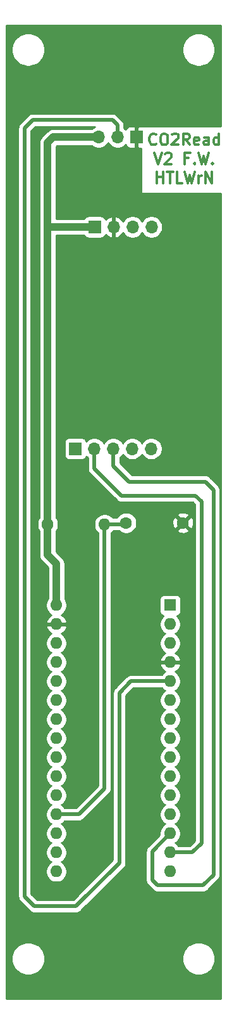
<source format=gbr>
%TF.GenerationSoftware,KiCad,Pcbnew,(5.1.6)-1*%
%TF.CreationDate,2020-09-25T12:58:00+02:00*%
%TF.ProjectId,ReadCO2,52656164-434f-4322-9e6b-696361645f70,rev?*%
%TF.SameCoordinates,Original*%
%TF.FileFunction,Copper,L1,Top*%
%TF.FilePolarity,Positive*%
%FSLAX46Y46*%
G04 Gerber Fmt 4.6, Leading zero omitted, Abs format (unit mm)*
G04 Created by KiCad (PCBNEW (5.1.6)-1) date 2020-09-25 12:58:00*
%MOMM*%
%LPD*%
G01*
G04 APERTURE LIST*
%TA.AperFunction,NonConductor*%
%ADD10C,0.300000*%
%TD*%
%TA.AperFunction,ComponentPad*%
%ADD11C,1.600000*%
%TD*%
%TA.AperFunction,ComponentPad*%
%ADD12O,1.600000X1.600000*%
%TD*%
%TA.AperFunction,ComponentPad*%
%ADD13O,1.700000X1.700000*%
%TD*%
%TA.AperFunction,ComponentPad*%
%ADD14R,1.700000X1.700000*%
%TD*%
%TA.AperFunction,ComponentPad*%
%ADD15R,1.600000X1.600000*%
%TD*%
%TA.AperFunction,Conductor*%
%ADD16C,1.000000*%
%TD*%
%TA.AperFunction,Conductor*%
%ADD17C,0.500000*%
%TD*%
%TA.AperFunction,Conductor*%
%ADD18C,0.254000*%
%TD*%
G04 APERTURE END LIST*
D10*
X89914285Y-47785714D02*
X89842857Y-47857142D01*
X89628571Y-47928571D01*
X89485714Y-47928571D01*
X89271428Y-47857142D01*
X89128571Y-47714285D01*
X89057142Y-47571428D01*
X88985714Y-47285714D01*
X88985714Y-47071428D01*
X89057142Y-46785714D01*
X89128571Y-46642857D01*
X89271428Y-46500000D01*
X89485714Y-46428571D01*
X89628571Y-46428571D01*
X89842857Y-46500000D01*
X89914285Y-46571428D01*
X90842857Y-46428571D02*
X91128571Y-46428571D01*
X91271428Y-46500000D01*
X91414285Y-46642857D01*
X91485714Y-46928571D01*
X91485714Y-47428571D01*
X91414285Y-47714285D01*
X91271428Y-47857142D01*
X91128571Y-47928571D01*
X90842857Y-47928571D01*
X90700000Y-47857142D01*
X90557142Y-47714285D01*
X90485714Y-47428571D01*
X90485714Y-46928571D01*
X90557142Y-46642857D01*
X90700000Y-46500000D01*
X90842857Y-46428571D01*
X92057142Y-46571428D02*
X92128571Y-46500000D01*
X92271428Y-46428571D01*
X92628571Y-46428571D01*
X92771428Y-46500000D01*
X92842857Y-46571428D01*
X92914285Y-46714285D01*
X92914285Y-46857142D01*
X92842857Y-47071428D01*
X91985714Y-47928571D01*
X92914285Y-47928571D01*
X94414285Y-47928571D02*
X93914285Y-47214285D01*
X93557142Y-47928571D02*
X93557142Y-46428571D01*
X94128571Y-46428571D01*
X94271428Y-46500000D01*
X94342857Y-46571428D01*
X94414285Y-46714285D01*
X94414285Y-46928571D01*
X94342857Y-47071428D01*
X94271428Y-47142857D01*
X94128571Y-47214285D01*
X93557142Y-47214285D01*
X95628571Y-47857142D02*
X95485714Y-47928571D01*
X95200000Y-47928571D01*
X95057142Y-47857142D01*
X94985714Y-47714285D01*
X94985714Y-47142857D01*
X95057142Y-47000000D01*
X95200000Y-46928571D01*
X95485714Y-46928571D01*
X95628571Y-47000000D01*
X95700000Y-47142857D01*
X95700000Y-47285714D01*
X94985714Y-47428571D01*
X96985714Y-47928571D02*
X96985714Y-47142857D01*
X96914285Y-47000000D01*
X96771428Y-46928571D01*
X96485714Y-46928571D01*
X96342857Y-47000000D01*
X96985714Y-47857142D02*
X96842857Y-47928571D01*
X96485714Y-47928571D01*
X96342857Y-47857142D01*
X96271428Y-47714285D01*
X96271428Y-47571428D01*
X96342857Y-47428571D01*
X96485714Y-47357142D01*
X96842857Y-47357142D01*
X96985714Y-47285714D01*
X98342857Y-47928571D02*
X98342857Y-46428571D01*
X98342857Y-47857142D02*
X98200000Y-47928571D01*
X97914285Y-47928571D01*
X97771428Y-47857142D01*
X97700000Y-47785714D01*
X97628571Y-47642857D01*
X97628571Y-47214285D01*
X97700000Y-47071428D01*
X97771428Y-47000000D01*
X97914285Y-46928571D01*
X98200000Y-46928571D01*
X98342857Y-47000000D01*
X89700000Y-48978571D02*
X90200000Y-50478571D01*
X90700000Y-48978571D01*
X91128571Y-49121428D02*
X91200000Y-49050000D01*
X91342857Y-48978571D01*
X91700000Y-48978571D01*
X91842857Y-49050000D01*
X91914285Y-49121428D01*
X91985714Y-49264285D01*
X91985714Y-49407142D01*
X91914285Y-49621428D01*
X91057142Y-50478571D01*
X91985714Y-50478571D01*
X94271428Y-49692857D02*
X93771428Y-49692857D01*
X93771428Y-50478571D02*
X93771428Y-48978571D01*
X94485714Y-48978571D01*
X95057142Y-50335714D02*
X95128571Y-50407142D01*
X95057142Y-50478571D01*
X94985714Y-50407142D01*
X95057142Y-50335714D01*
X95057142Y-50478571D01*
X95628571Y-48978571D02*
X95985714Y-50478571D01*
X96271428Y-49407142D01*
X96557142Y-50478571D01*
X96914285Y-48978571D01*
X97485714Y-50335714D02*
X97557142Y-50407142D01*
X97485714Y-50478571D01*
X97414285Y-50407142D01*
X97485714Y-50335714D01*
X97485714Y-50478571D01*
X89985714Y-53028571D02*
X89985714Y-51528571D01*
X89985714Y-52242857D02*
X90842857Y-52242857D01*
X90842857Y-53028571D02*
X90842857Y-51528571D01*
X91342857Y-51528571D02*
X92200000Y-51528571D01*
X91771428Y-53028571D02*
X91771428Y-51528571D01*
X93414285Y-53028571D02*
X92700000Y-53028571D01*
X92700000Y-51528571D01*
X93771428Y-51528571D02*
X94128571Y-53028571D01*
X94414285Y-51957142D01*
X94700000Y-53028571D01*
X95057142Y-51528571D01*
X95628571Y-53028571D02*
X95628571Y-52028571D01*
X95628571Y-52314285D02*
X95700000Y-52171428D01*
X95771428Y-52100000D01*
X95914285Y-52028571D01*
X96057142Y-52028571D01*
X96557142Y-53028571D02*
X96557142Y-51528571D01*
X97414285Y-53028571D01*
X97414285Y-51528571D01*
D11*
%TO.P,R2,2*%
%TO.N,GND*%
X93500000Y-98400000D03*
%TO.P,R2,1*%
%TO.N,light_sense*%
X85900000Y-98400000D03*
%TD*%
D12*
%TO.P,R1,2*%
%TO.N,light_sense*%
X83020000Y-98600000D03*
D11*
%TO.P,R1,1*%
%TO.N,+5V*%
X75400000Y-98600000D03*
%TD*%
D13*
%TO.P,J3,4*%
%TO.N,Net-(J3-Pad4)*%
X89300000Y-58900000D03*
%TO.P,J3,3*%
%TO.N,Net-(J3-Pad3)*%
X86760000Y-58900000D03*
%TO.P,J3,2*%
%TO.N,GND*%
X84220000Y-58900000D03*
D14*
%TO.P,J3,1*%
%TO.N,+5V*%
X81680000Y-58900000D03*
%TD*%
D13*
%TO.P,J2,3*%
%TO.N,+5V*%
X82210000Y-46900000D03*
%TO.P,J2,2*%
%TO.N,LED_DIn*%
X84750000Y-46900000D03*
D14*
%TO.P,J2,1*%
%TO.N,GND*%
X87290000Y-46900000D03*
%TD*%
D13*
%TO.P,J1,5*%
%TO.N,Net-(J1-Pad5)*%
X89260000Y-88500000D03*
%TO.P,J1,4*%
%TO.N,Net-(J1-Pad4)*%
X86720000Y-88500000D03*
%TO.P,J1,3*%
%TO.N,CO2TX_uCRX*%
X84180000Y-88500000D03*
%TO.P,J1,2*%
%TO.N,CO2RX_uCTX*%
X81640000Y-88500000D03*
D14*
%TO.P,J1,1*%
%TO.N,Net-(J1-Pad1)*%
X79100000Y-88500000D03*
%TD*%
D12*
%TO.P,A1,16*%
%TO.N,Net-(A1-Pad16)*%
X76560000Y-144960000D03*
%TO.P,A1,15*%
%TO.N,Net-(A1-Pad15)*%
X91800000Y-144960000D03*
%TO.P,A1,30*%
%TO.N,+5V*%
X76560000Y-109400000D03*
%TO.P,A1,14*%
%TO.N,CO2RX_uCTX*%
X91800000Y-142420000D03*
%TO.P,A1,29*%
%TO.N,GND*%
X76560000Y-111940000D03*
%TO.P,A1,13*%
%TO.N,CO2TX_uCRX*%
X91800000Y-139880000D03*
%TO.P,A1,28*%
%TO.N,Net-(A1-Pad28)*%
X76560000Y-114480000D03*
%TO.P,A1,12*%
%TO.N,Net-(A1-Pad12)*%
X91800000Y-137340000D03*
%TO.P,A1,27*%
%TO.N,Net-(A1-Pad27)*%
X76560000Y-117020000D03*
%TO.P,A1,11*%
%TO.N,Net-(A1-Pad11)*%
X91800000Y-134800000D03*
%TO.P,A1,26*%
%TO.N,Net-(A1-Pad26)*%
X76560000Y-119560000D03*
%TO.P,A1,10*%
%TO.N,Net-(A1-Pad10)*%
X91800000Y-132260000D03*
%TO.P,A1,25*%
%TO.N,Net-(A1-Pad25)*%
X76560000Y-122100000D03*
%TO.P,A1,9*%
%TO.N,Net-(A1-Pad9)*%
X91800000Y-129720000D03*
%TO.P,A1,24*%
%TO.N,Net-(A1-Pad24)*%
X76560000Y-124640000D03*
%TO.P,A1,8*%
%TO.N,Net-(A1-Pad8)*%
X91800000Y-127180000D03*
%TO.P,A1,23*%
%TO.N,Net-(A1-Pad23)*%
X76560000Y-127180000D03*
%TO.P,A1,7*%
%TO.N,Net-(A1-Pad7)*%
X91800000Y-124640000D03*
%TO.P,A1,22*%
%TO.N,Net-(A1-Pad22)*%
X76560000Y-129720000D03*
%TO.P,A1,6*%
%TO.N,Net-(A1-Pad6)*%
X91800000Y-122100000D03*
%TO.P,A1,21*%
%TO.N,Net-(A1-Pad21)*%
X76560000Y-132260000D03*
%TO.P,A1,5*%
%TO.N,LED_DIn*%
X91800000Y-119560000D03*
%TO.P,A1,20*%
%TO.N,Net-(A1-Pad20)*%
X76560000Y-134800000D03*
%TO.P,A1,4*%
%TO.N,GND*%
X91800000Y-117020000D03*
%TO.P,A1,19*%
%TO.N,light_sense*%
X76560000Y-137340000D03*
%TO.P,A1,3*%
%TO.N,Net-(A1-Pad3)*%
X91800000Y-114480000D03*
%TO.P,A1,18*%
%TO.N,Net-(A1-Pad18)*%
X76560000Y-139880000D03*
%TO.P,A1,2*%
%TO.N,Net-(A1-Pad2)*%
X91800000Y-111940000D03*
%TO.P,A1,17*%
%TO.N,Net-(A1-Pad17)*%
X76560000Y-142420000D03*
D15*
%TO.P,A1,1*%
%TO.N,Net-(A1-Pad1)*%
X91800000Y-109400000D03*
%TD*%
D16*
%TO.N,+5V*%
X76560000Y-109400000D02*
X76560000Y-103860000D01*
X75400000Y-102700000D02*
X75400000Y-98600000D01*
X76560000Y-103860000D02*
X75400000Y-102700000D01*
X81680000Y-58900000D02*
X75400000Y-58900000D01*
X75400000Y-98600000D02*
X75400000Y-58900000D01*
X76150000Y-46900000D02*
X82210000Y-46900000D01*
X75400000Y-58900000D02*
X75400000Y-47650000D01*
X75400000Y-47650000D02*
X76150000Y-46900000D01*
D17*
%TO.N,CO2RX_uCTX*%
X81640000Y-88500000D02*
X81640000Y-91140000D01*
X81640000Y-91140000D02*
X85300000Y-94800000D01*
X94400000Y-94800000D02*
X94800000Y-94800000D01*
X85300000Y-94800000D02*
X94400000Y-94800000D01*
X95200000Y-94800000D02*
X96000000Y-95600000D01*
X94400000Y-94800000D02*
X95200000Y-94800000D01*
X94380000Y-142420000D02*
X91800000Y-142420000D01*
X96000000Y-95600000D02*
X96000000Y-141200000D01*
X94780000Y-142420000D02*
X94380000Y-142420000D01*
X96000000Y-141200000D02*
X94780000Y-142420000D01*
%TO.N,CO2TX_uCRX*%
X89400000Y-142280000D02*
X91800000Y-139880000D01*
X89400000Y-146100000D02*
X89400000Y-142280000D01*
X90100000Y-146800000D02*
X89400000Y-146100000D01*
X96200000Y-146800000D02*
X90100000Y-146800000D01*
X97600000Y-145400000D02*
X96200000Y-146800000D01*
X84180000Y-88500000D02*
X84180000Y-90780000D01*
X86300000Y-92900000D02*
X96500000Y-92900000D01*
X96500000Y-92900000D02*
X97600000Y-94000000D01*
X84180000Y-90780000D02*
X86300000Y-92900000D01*
X97600000Y-94000000D02*
X97600000Y-145400000D01*
%TO.N,LED_DIn*%
X84750000Y-45300000D02*
X84750000Y-46900000D01*
X72300000Y-45700000D02*
X73400000Y-44600000D01*
X72300000Y-148300000D02*
X72300000Y-45700000D01*
X84050000Y-44600000D02*
X84750000Y-45300000D01*
X73600000Y-149600000D02*
X72300000Y-148300000D01*
X79200000Y-149600000D02*
X73600000Y-149600000D01*
X73400000Y-44600000D02*
X84050000Y-44600000D01*
X91800000Y-119560000D02*
X86540000Y-119560000D01*
X85000000Y-121100000D02*
X85000000Y-143800000D01*
X86540000Y-119560000D02*
X85000000Y-121100000D01*
X85000000Y-143800000D02*
X79200000Y-149600000D01*
%TO.N,light_sense*%
X76560000Y-137340000D02*
X79560000Y-137340000D01*
X83020000Y-133880000D02*
X83020000Y-98600000D01*
X79560000Y-137340000D02*
X83020000Y-133880000D01*
X83220000Y-98400000D02*
X83020000Y-98600000D01*
X85700000Y-98600000D02*
X85900000Y-98400000D01*
X83020000Y-98600000D02*
X85700000Y-98600000D01*
%TD*%
D18*
%TO.N,GND*%
G36*
X98540001Y-44667581D02*
G01*
X98540001Y-45460000D01*
X88382538Y-45460000D01*
X88264482Y-45424188D01*
X88140000Y-45411928D01*
X87575750Y-45415000D01*
X87417000Y-45573750D01*
X87417000Y-46773000D01*
X87437000Y-46773000D01*
X87437000Y-47027000D01*
X87417000Y-47027000D01*
X87417000Y-48226250D01*
X87575750Y-48385000D01*
X87915000Y-48386847D01*
X87915000Y-54380000D01*
X98540001Y-54380000D01*
X98540000Y-151667581D01*
X98540000Y-151667582D01*
X98540001Y-161940000D01*
X69860000Y-161940000D01*
X69860000Y-156379872D01*
X70565000Y-156379872D01*
X70565000Y-156820128D01*
X70650890Y-157251925D01*
X70819369Y-157658669D01*
X71063962Y-158024729D01*
X71375271Y-158336038D01*
X71741331Y-158580631D01*
X72148075Y-158749110D01*
X72579872Y-158835000D01*
X73020128Y-158835000D01*
X73451925Y-158749110D01*
X73858669Y-158580631D01*
X74224729Y-158336038D01*
X74536038Y-158024729D01*
X74780631Y-157658669D01*
X74949110Y-157251925D01*
X75035000Y-156820128D01*
X75035000Y-156379872D01*
X93365000Y-156379872D01*
X93365000Y-156820128D01*
X93450890Y-157251925D01*
X93619369Y-157658669D01*
X93863962Y-158024729D01*
X94175271Y-158336038D01*
X94541331Y-158580631D01*
X94948075Y-158749110D01*
X95379872Y-158835000D01*
X95820128Y-158835000D01*
X96251925Y-158749110D01*
X96658669Y-158580631D01*
X97024729Y-158336038D01*
X97336038Y-158024729D01*
X97580631Y-157658669D01*
X97749110Y-157251925D01*
X97835000Y-156820128D01*
X97835000Y-156379872D01*
X97749110Y-155948075D01*
X97580631Y-155541331D01*
X97336038Y-155175271D01*
X97024729Y-154863962D01*
X96658669Y-154619369D01*
X96251925Y-154450890D01*
X95820128Y-154365000D01*
X95379872Y-154365000D01*
X94948075Y-154450890D01*
X94541331Y-154619369D01*
X94175271Y-154863962D01*
X93863962Y-155175271D01*
X93619369Y-155541331D01*
X93450890Y-155948075D01*
X93365000Y-156379872D01*
X75035000Y-156379872D01*
X74949110Y-155948075D01*
X74780631Y-155541331D01*
X74536038Y-155175271D01*
X74224729Y-154863962D01*
X73858669Y-154619369D01*
X73451925Y-154450890D01*
X73020128Y-154365000D01*
X72579872Y-154365000D01*
X72148075Y-154450890D01*
X71741331Y-154619369D01*
X71375271Y-154863962D01*
X71063962Y-155175271D01*
X70819369Y-155541331D01*
X70650890Y-155948075D01*
X70565000Y-156379872D01*
X69860000Y-156379872D01*
X69860000Y-45700000D01*
X71410719Y-45700000D01*
X71415001Y-45743479D01*
X71415000Y-148256531D01*
X71410719Y-148300000D01*
X71415000Y-148343469D01*
X71415000Y-148343476D01*
X71427805Y-148473489D01*
X71478411Y-148640312D01*
X71560589Y-148794058D01*
X71671183Y-148928817D01*
X71704956Y-148956534D01*
X72943470Y-150195049D01*
X72971183Y-150228817D01*
X73004951Y-150256530D01*
X73004953Y-150256532D01*
X73105941Y-150339411D01*
X73259686Y-150421589D01*
X73426510Y-150472195D01*
X73556523Y-150485000D01*
X73556531Y-150485000D01*
X73600000Y-150489281D01*
X73643469Y-150485000D01*
X79156531Y-150485000D01*
X79200000Y-150489281D01*
X79243469Y-150485000D01*
X79243477Y-150485000D01*
X79373490Y-150472195D01*
X79540313Y-150421589D01*
X79694059Y-150339411D01*
X79828817Y-150228817D01*
X79856534Y-150195044D01*
X85595049Y-144456530D01*
X85628817Y-144428817D01*
X85739411Y-144294059D01*
X85746780Y-144280273D01*
X85821589Y-144140314D01*
X85872195Y-143973490D01*
X85885000Y-143843477D01*
X85885000Y-143843469D01*
X85889281Y-143800000D01*
X85885000Y-143756531D01*
X85885000Y-121466578D01*
X86906579Y-120445000D01*
X90665479Y-120445000D01*
X90685363Y-120474759D01*
X90885241Y-120674637D01*
X91117759Y-120830000D01*
X90885241Y-120985363D01*
X90685363Y-121185241D01*
X90528320Y-121420273D01*
X90420147Y-121681426D01*
X90365000Y-121958665D01*
X90365000Y-122241335D01*
X90420147Y-122518574D01*
X90528320Y-122779727D01*
X90685363Y-123014759D01*
X90885241Y-123214637D01*
X91117759Y-123370000D01*
X90885241Y-123525363D01*
X90685363Y-123725241D01*
X90528320Y-123960273D01*
X90420147Y-124221426D01*
X90365000Y-124498665D01*
X90365000Y-124781335D01*
X90420147Y-125058574D01*
X90528320Y-125319727D01*
X90685363Y-125554759D01*
X90885241Y-125754637D01*
X91117759Y-125910000D01*
X90885241Y-126065363D01*
X90685363Y-126265241D01*
X90528320Y-126500273D01*
X90420147Y-126761426D01*
X90365000Y-127038665D01*
X90365000Y-127321335D01*
X90420147Y-127598574D01*
X90528320Y-127859727D01*
X90685363Y-128094759D01*
X90885241Y-128294637D01*
X91117759Y-128450000D01*
X90885241Y-128605363D01*
X90685363Y-128805241D01*
X90528320Y-129040273D01*
X90420147Y-129301426D01*
X90365000Y-129578665D01*
X90365000Y-129861335D01*
X90420147Y-130138574D01*
X90528320Y-130399727D01*
X90685363Y-130634759D01*
X90885241Y-130834637D01*
X91117759Y-130990000D01*
X90885241Y-131145363D01*
X90685363Y-131345241D01*
X90528320Y-131580273D01*
X90420147Y-131841426D01*
X90365000Y-132118665D01*
X90365000Y-132401335D01*
X90420147Y-132678574D01*
X90528320Y-132939727D01*
X90685363Y-133174759D01*
X90885241Y-133374637D01*
X91117759Y-133530000D01*
X90885241Y-133685363D01*
X90685363Y-133885241D01*
X90528320Y-134120273D01*
X90420147Y-134381426D01*
X90365000Y-134658665D01*
X90365000Y-134941335D01*
X90420147Y-135218574D01*
X90528320Y-135479727D01*
X90685363Y-135714759D01*
X90885241Y-135914637D01*
X91117759Y-136070000D01*
X90885241Y-136225363D01*
X90685363Y-136425241D01*
X90528320Y-136660273D01*
X90420147Y-136921426D01*
X90365000Y-137198665D01*
X90365000Y-137481335D01*
X90420147Y-137758574D01*
X90528320Y-138019727D01*
X90685363Y-138254759D01*
X90885241Y-138454637D01*
X91117759Y-138610000D01*
X90885241Y-138765363D01*
X90685363Y-138965241D01*
X90528320Y-139200273D01*
X90420147Y-139461426D01*
X90365000Y-139738665D01*
X90365000Y-140021335D01*
X90371983Y-140056439D01*
X88804951Y-141623471D01*
X88771184Y-141651183D01*
X88743471Y-141684951D01*
X88743468Y-141684954D01*
X88660590Y-141785941D01*
X88578412Y-141939687D01*
X88527805Y-142106510D01*
X88510719Y-142280000D01*
X88515001Y-142323479D01*
X88515000Y-146056531D01*
X88510719Y-146100000D01*
X88515000Y-146143469D01*
X88515000Y-146143476D01*
X88523687Y-146231680D01*
X88527678Y-146272195D01*
X88527805Y-146273489D01*
X88578411Y-146440312D01*
X88660589Y-146594058D01*
X88771183Y-146728817D01*
X88804956Y-146756534D01*
X89443470Y-147395049D01*
X89471183Y-147428817D01*
X89504951Y-147456530D01*
X89504953Y-147456532D01*
X89531614Y-147478412D01*
X89605941Y-147539411D01*
X89759687Y-147621589D01*
X89926510Y-147672195D01*
X90056523Y-147685000D01*
X90056533Y-147685000D01*
X90099999Y-147689281D01*
X90143465Y-147685000D01*
X96156531Y-147685000D01*
X96200000Y-147689281D01*
X96243469Y-147685000D01*
X96243477Y-147685000D01*
X96373490Y-147672195D01*
X96540313Y-147621589D01*
X96694059Y-147539411D01*
X96828817Y-147428817D01*
X96856534Y-147395044D01*
X98195049Y-146056530D01*
X98228817Y-146028817D01*
X98270185Y-145978411D01*
X98339410Y-145894060D01*
X98339411Y-145894059D01*
X98421589Y-145740313D01*
X98472195Y-145573490D01*
X98485000Y-145443477D01*
X98485000Y-145443468D01*
X98489281Y-145400000D01*
X98485000Y-145356531D01*
X98485000Y-94043469D01*
X98489281Y-94000000D01*
X98485000Y-93956531D01*
X98485000Y-93956523D01*
X98472195Y-93826510D01*
X98421589Y-93659687D01*
X98339411Y-93505941D01*
X98228817Y-93371183D01*
X98195050Y-93343471D01*
X97156534Y-92304956D01*
X97128817Y-92271183D01*
X96994059Y-92160589D01*
X96840313Y-92078411D01*
X96673490Y-92027805D01*
X96543477Y-92015000D01*
X96543469Y-92015000D01*
X96500000Y-92010719D01*
X96456531Y-92015000D01*
X86666579Y-92015000D01*
X85065000Y-90413422D01*
X85065000Y-89694656D01*
X85126632Y-89653475D01*
X85333475Y-89446632D01*
X85450000Y-89272240D01*
X85566525Y-89446632D01*
X85773368Y-89653475D01*
X86016589Y-89815990D01*
X86286842Y-89927932D01*
X86573740Y-89985000D01*
X86866260Y-89985000D01*
X87153158Y-89927932D01*
X87423411Y-89815990D01*
X87666632Y-89653475D01*
X87873475Y-89446632D01*
X87990000Y-89272240D01*
X88106525Y-89446632D01*
X88313368Y-89653475D01*
X88556589Y-89815990D01*
X88826842Y-89927932D01*
X89113740Y-89985000D01*
X89406260Y-89985000D01*
X89693158Y-89927932D01*
X89963411Y-89815990D01*
X90206632Y-89653475D01*
X90413475Y-89446632D01*
X90575990Y-89203411D01*
X90687932Y-88933158D01*
X90745000Y-88646260D01*
X90745000Y-88353740D01*
X90687932Y-88066842D01*
X90575990Y-87796589D01*
X90413475Y-87553368D01*
X90206632Y-87346525D01*
X89963411Y-87184010D01*
X89693158Y-87072068D01*
X89406260Y-87015000D01*
X89113740Y-87015000D01*
X88826842Y-87072068D01*
X88556589Y-87184010D01*
X88313368Y-87346525D01*
X88106525Y-87553368D01*
X87990000Y-87727760D01*
X87873475Y-87553368D01*
X87666632Y-87346525D01*
X87423411Y-87184010D01*
X87153158Y-87072068D01*
X86866260Y-87015000D01*
X86573740Y-87015000D01*
X86286842Y-87072068D01*
X86016589Y-87184010D01*
X85773368Y-87346525D01*
X85566525Y-87553368D01*
X85450000Y-87727760D01*
X85333475Y-87553368D01*
X85126632Y-87346525D01*
X84883411Y-87184010D01*
X84613158Y-87072068D01*
X84326260Y-87015000D01*
X84033740Y-87015000D01*
X83746842Y-87072068D01*
X83476589Y-87184010D01*
X83233368Y-87346525D01*
X83026525Y-87553368D01*
X82910000Y-87727760D01*
X82793475Y-87553368D01*
X82586632Y-87346525D01*
X82343411Y-87184010D01*
X82073158Y-87072068D01*
X81786260Y-87015000D01*
X81493740Y-87015000D01*
X81206842Y-87072068D01*
X80936589Y-87184010D01*
X80693368Y-87346525D01*
X80561513Y-87478380D01*
X80539502Y-87405820D01*
X80480537Y-87295506D01*
X80401185Y-87198815D01*
X80304494Y-87119463D01*
X80194180Y-87060498D01*
X80074482Y-87024188D01*
X79950000Y-87011928D01*
X78250000Y-87011928D01*
X78125518Y-87024188D01*
X78005820Y-87060498D01*
X77895506Y-87119463D01*
X77798815Y-87198815D01*
X77719463Y-87295506D01*
X77660498Y-87405820D01*
X77624188Y-87525518D01*
X77611928Y-87650000D01*
X77611928Y-89350000D01*
X77624188Y-89474482D01*
X77660498Y-89594180D01*
X77719463Y-89704494D01*
X77798815Y-89801185D01*
X77895506Y-89880537D01*
X78005820Y-89939502D01*
X78125518Y-89975812D01*
X78250000Y-89988072D01*
X79950000Y-89988072D01*
X80074482Y-89975812D01*
X80194180Y-89939502D01*
X80304494Y-89880537D01*
X80401185Y-89801185D01*
X80480537Y-89704494D01*
X80539502Y-89594180D01*
X80561513Y-89521620D01*
X80693368Y-89653475D01*
X80755000Y-89694656D01*
X80755001Y-91096521D01*
X80750719Y-91140000D01*
X80767805Y-91313490D01*
X80818412Y-91480313D01*
X80900590Y-91634059D01*
X80983468Y-91735046D01*
X80983471Y-91735049D01*
X81011184Y-91768817D01*
X81044951Y-91796529D01*
X84643470Y-95395049D01*
X84671183Y-95428817D01*
X84704951Y-95456530D01*
X84704953Y-95456532D01*
X84805941Y-95539411D01*
X84959686Y-95621589D01*
X85126510Y-95672195D01*
X85256523Y-95685000D01*
X85256531Y-95685000D01*
X85300000Y-95689281D01*
X85343469Y-95685000D01*
X94833422Y-95685000D01*
X95115000Y-95966579D01*
X95115001Y-140833420D01*
X94413422Y-141535000D01*
X92934521Y-141535000D01*
X92914637Y-141505241D01*
X92714759Y-141305363D01*
X92482241Y-141150000D01*
X92714759Y-140994637D01*
X92914637Y-140794759D01*
X93071680Y-140559727D01*
X93179853Y-140298574D01*
X93235000Y-140021335D01*
X93235000Y-139738665D01*
X93179853Y-139461426D01*
X93071680Y-139200273D01*
X92914637Y-138965241D01*
X92714759Y-138765363D01*
X92482241Y-138610000D01*
X92714759Y-138454637D01*
X92914637Y-138254759D01*
X93071680Y-138019727D01*
X93179853Y-137758574D01*
X93235000Y-137481335D01*
X93235000Y-137198665D01*
X93179853Y-136921426D01*
X93071680Y-136660273D01*
X92914637Y-136425241D01*
X92714759Y-136225363D01*
X92482241Y-136070000D01*
X92714759Y-135914637D01*
X92914637Y-135714759D01*
X93071680Y-135479727D01*
X93179853Y-135218574D01*
X93235000Y-134941335D01*
X93235000Y-134658665D01*
X93179853Y-134381426D01*
X93071680Y-134120273D01*
X92914637Y-133885241D01*
X92714759Y-133685363D01*
X92482241Y-133530000D01*
X92714759Y-133374637D01*
X92914637Y-133174759D01*
X93071680Y-132939727D01*
X93179853Y-132678574D01*
X93235000Y-132401335D01*
X93235000Y-132118665D01*
X93179853Y-131841426D01*
X93071680Y-131580273D01*
X92914637Y-131345241D01*
X92714759Y-131145363D01*
X92482241Y-130990000D01*
X92714759Y-130834637D01*
X92914637Y-130634759D01*
X93071680Y-130399727D01*
X93179853Y-130138574D01*
X93235000Y-129861335D01*
X93235000Y-129578665D01*
X93179853Y-129301426D01*
X93071680Y-129040273D01*
X92914637Y-128805241D01*
X92714759Y-128605363D01*
X92482241Y-128450000D01*
X92714759Y-128294637D01*
X92914637Y-128094759D01*
X93071680Y-127859727D01*
X93179853Y-127598574D01*
X93235000Y-127321335D01*
X93235000Y-127038665D01*
X93179853Y-126761426D01*
X93071680Y-126500273D01*
X92914637Y-126265241D01*
X92714759Y-126065363D01*
X92482241Y-125910000D01*
X92714759Y-125754637D01*
X92914637Y-125554759D01*
X93071680Y-125319727D01*
X93179853Y-125058574D01*
X93235000Y-124781335D01*
X93235000Y-124498665D01*
X93179853Y-124221426D01*
X93071680Y-123960273D01*
X92914637Y-123725241D01*
X92714759Y-123525363D01*
X92482241Y-123370000D01*
X92714759Y-123214637D01*
X92914637Y-123014759D01*
X93071680Y-122779727D01*
X93179853Y-122518574D01*
X93235000Y-122241335D01*
X93235000Y-121958665D01*
X93179853Y-121681426D01*
X93071680Y-121420273D01*
X92914637Y-121185241D01*
X92714759Y-120985363D01*
X92482241Y-120830000D01*
X92714759Y-120674637D01*
X92914637Y-120474759D01*
X93071680Y-120239727D01*
X93179853Y-119978574D01*
X93235000Y-119701335D01*
X93235000Y-119418665D01*
X93179853Y-119141426D01*
X93071680Y-118880273D01*
X92914637Y-118645241D01*
X92714759Y-118445363D01*
X92479727Y-118288320D01*
X92469135Y-118283933D01*
X92655131Y-118172385D01*
X92863519Y-117983414D01*
X93031037Y-117757420D01*
X93151246Y-117503087D01*
X93191904Y-117369039D01*
X93069915Y-117147000D01*
X91927000Y-117147000D01*
X91927000Y-117167000D01*
X91673000Y-117167000D01*
X91673000Y-117147000D01*
X90530085Y-117147000D01*
X90408096Y-117369039D01*
X90448754Y-117503087D01*
X90568963Y-117757420D01*
X90736481Y-117983414D01*
X90944869Y-118172385D01*
X91130865Y-118283933D01*
X91120273Y-118288320D01*
X90885241Y-118445363D01*
X90685363Y-118645241D01*
X90665479Y-118675000D01*
X86583469Y-118675000D01*
X86540000Y-118670719D01*
X86496531Y-118675000D01*
X86496523Y-118675000D01*
X86366510Y-118687805D01*
X86199687Y-118738411D01*
X86045941Y-118820589D01*
X85944953Y-118903468D01*
X85944951Y-118903470D01*
X85911183Y-118931183D01*
X85883470Y-118964951D01*
X84404956Y-120443466D01*
X84371183Y-120471183D01*
X84260589Y-120605942D01*
X84178411Y-120759688D01*
X84127805Y-120926511D01*
X84115000Y-121056524D01*
X84115000Y-121056531D01*
X84110719Y-121100000D01*
X84115000Y-121143469D01*
X84115001Y-143433420D01*
X78833422Y-148715000D01*
X73966579Y-148715000D01*
X73185000Y-147933422D01*
X73185000Y-114338665D01*
X75125000Y-114338665D01*
X75125000Y-114621335D01*
X75180147Y-114898574D01*
X75288320Y-115159727D01*
X75445363Y-115394759D01*
X75645241Y-115594637D01*
X75877759Y-115750000D01*
X75645241Y-115905363D01*
X75445363Y-116105241D01*
X75288320Y-116340273D01*
X75180147Y-116601426D01*
X75125000Y-116878665D01*
X75125000Y-117161335D01*
X75180147Y-117438574D01*
X75288320Y-117699727D01*
X75445363Y-117934759D01*
X75645241Y-118134637D01*
X75877759Y-118290000D01*
X75645241Y-118445363D01*
X75445363Y-118645241D01*
X75288320Y-118880273D01*
X75180147Y-119141426D01*
X75125000Y-119418665D01*
X75125000Y-119701335D01*
X75180147Y-119978574D01*
X75288320Y-120239727D01*
X75445363Y-120474759D01*
X75645241Y-120674637D01*
X75877759Y-120830000D01*
X75645241Y-120985363D01*
X75445363Y-121185241D01*
X75288320Y-121420273D01*
X75180147Y-121681426D01*
X75125000Y-121958665D01*
X75125000Y-122241335D01*
X75180147Y-122518574D01*
X75288320Y-122779727D01*
X75445363Y-123014759D01*
X75645241Y-123214637D01*
X75877759Y-123370000D01*
X75645241Y-123525363D01*
X75445363Y-123725241D01*
X75288320Y-123960273D01*
X75180147Y-124221426D01*
X75125000Y-124498665D01*
X75125000Y-124781335D01*
X75180147Y-125058574D01*
X75288320Y-125319727D01*
X75445363Y-125554759D01*
X75645241Y-125754637D01*
X75877759Y-125910000D01*
X75645241Y-126065363D01*
X75445363Y-126265241D01*
X75288320Y-126500273D01*
X75180147Y-126761426D01*
X75125000Y-127038665D01*
X75125000Y-127321335D01*
X75180147Y-127598574D01*
X75288320Y-127859727D01*
X75445363Y-128094759D01*
X75645241Y-128294637D01*
X75877759Y-128450000D01*
X75645241Y-128605363D01*
X75445363Y-128805241D01*
X75288320Y-129040273D01*
X75180147Y-129301426D01*
X75125000Y-129578665D01*
X75125000Y-129861335D01*
X75180147Y-130138574D01*
X75288320Y-130399727D01*
X75445363Y-130634759D01*
X75645241Y-130834637D01*
X75877759Y-130990000D01*
X75645241Y-131145363D01*
X75445363Y-131345241D01*
X75288320Y-131580273D01*
X75180147Y-131841426D01*
X75125000Y-132118665D01*
X75125000Y-132401335D01*
X75180147Y-132678574D01*
X75288320Y-132939727D01*
X75445363Y-133174759D01*
X75645241Y-133374637D01*
X75877759Y-133530000D01*
X75645241Y-133685363D01*
X75445363Y-133885241D01*
X75288320Y-134120273D01*
X75180147Y-134381426D01*
X75125000Y-134658665D01*
X75125000Y-134941335D01*
X75180147Y-135218574D01*
X75288320Y-135479727D01*
X75445363Y-135714759D01*
X75645241Y-135914637D01*
X75877759Y-136070000D01*
X75645241Y-136225363D01*
X75445363Y-136425241D01*
X75288320Y-136660273D01*
X75180147Y-136921426D01*
X75125000Y-137198665D01*
X75125000Y-137481335D01*
X75180147Y-137758574D01*
X75288320Y-138019727D01*
X75445363Y-138254759D01*
X75645241Y-138454637D01*
X75877759Y-138610000D01*
X75645241Y-138765363D01*
X75445363Y-138965241D01*
X75288320Y-139200273D01*
X75180147Y-139461426D01*
X75125000Y-139738665D01*
X75125000Y-140021335D01*
X75180147Y-140298574D01*
X75288320Y-140559727D01*
X75445363Y-140794759D01*
X75645241Y-140994637D01*
X75877759Y-141150000D01*
X75645241Y-141305363D01*
X75445363Y-141505241D01*
X75288320Y-141740273D01*
X75180147Y-142001426D01*
X75125000Y-142278665D01*
X75125000Y-142561335D01*
X75180147Y-142838574D01*
X75288320Y-143099727D01*
X75445363Y-143334759D01*
X75645241Y-143534637D01*
X75877759Y-143690000D01*
X75645241Y-143845363D01*
X75445363Y-144045241D01*
X75288320Y-144280273D01*
X75180147Y-144541426D01*
X75125000Y-144818665D01*
X75125000Y-145101335D01*
X75180147Y-145378574D01*
X75288320Y-145639727D01*
X75445363Y-145874759D01*
X75645241Y-146074637D01*
X75880273Y-146231680D01*
X76141426Y-146339853D01*
X76418665Y-146395000D01*
X76701335Y-146395000D01*
X76978574Y-146339853D01*
X77239727Y-146231680D01*
X77474759Y-146074637D01*
X77674637Y-145874759D01*
X77831680Y-145639727D01*
X77939853Y-145378574D01*
X77995000Y-145101335D01*
X77995000Y-144818665D01*
X77939853Y-144541426D01*
X77831680Y-144280273D01*
X77674637Y-144045241D01*
X77474759Y-143845363D01*
X77242241Y-143690000D01*
X77474759Y-143534637D01*
X77674637Y-143334759D01*
X77831680Y-143099727D01*
X77939853Y-142838574D01*
X77995000Y-142561335D01*
X77995000Y-142278665D01*
X77939853Y-142001426D01*
X77831680Y-141740273D01*
X77674637Y-141505241D01*
X77474759Y-141305363D01*
X77242241Y-141150000D01*
X77474759Y-140994637D01*
X77674637Y-140794759D01*
X77831680Y-140559727D01*
X77939853Y-140298574D01*
X77995000Y-140021335D01*
X77995000Y-139738665D01*
X77939853Y-139461426D01*
X77831680Y-139200273D01*
X77674637Y-138965241D01*
X77474759Y-138765363D01*
X77242241Y-138610000D01*
X77474759Y-138454637D01*
X77674637Y-138254759D01*
X77694521Y-138225000D01*
X79516531Y-138225000D01*
X79560000Y-138229281D01*
X79603469Y-138225000D01*
X79603477Y-138225000D01*
X79733490Y-138212195D01*
X79900313Y-138161589D01*
X80054059Y-138079411D01*
X80188817Y-137968817D01*
X80216534Y-137935044D01*
X83615050Y-134536529D01*
X83648817Y-134508817D01*
X83759411Y-134374059D01*
X83841589Y-134220313D01*
X83892195Y-134053490D01*
X83905000Y-133923477D01*
X83905000Y-133923469D01*
X83909281Y-133880000D01*
X83905000Y-133836531D01*
X83905000Y-108600000D01*
X90361928Y-108600000D01*
X90361928Y-110200000D01*
X90374188Y-110324482D01*
X90410498Y-110444180D01*
X90469463Y-110554494D01*
X90548815Y-110651185D01*
X90645506Y-110730537D01*
X90755820Y-110789502D01*
X90875518Y-110825812D01*
X90883961Y-110826643D01*
X90685363Y-111025241D01*
X90528320Y-111260273D01*
X90420147Y-111521426D01*
X90365000Y-111798665D01*
X90365000Y-112081335D01*
X90420147Y-112358574D01*
X90528320Y-112619727D01*
X90685363Y-112854759D01*
X90885241Y-113054637D01*
X91117759Y-113210000D01*
X90885241Y-113365363D01*
X90685363Y-113565241D01*
X90528320Y-113800273D01*
X90420147Y-114061426D01*
X90365000Y-114338665D01*
X90365000Y-114621335D01*
X90420147Y-114898574D01*
X90528320Y-115159727D01*
X90685363Y-115394759D01*
X90885241Y-115594637D01*
X91120273Y-115751680D01*
X91130865Y-115756067D01*
X90944869Y-115867615D01*
X90736481Y-116056586D01*
X90568963Y-116282580D01*
X90448754Y-116536913D01*
X90408096Y-116670961D01*
X90530085Y-116893000D01*
X91673000Y-116893000D01*
X91673000Y-116873000D01*
X91927000Y-116873000D01*
X91927000Y-116893000D01*
X93069915Y-116893000D01*
X93191904Y-116670961D01*
X93151246Y-116536913D01*
X93031037Y-116282580D01*
X92863519Y-116056586D01*
X92655131Y-115867615D01*
X92469135Y-115756067D01*
X92479727Y-115751680D01*
X92714759Y-115594637D01*
X92914637Y-115394759D01*
X93071680Y-115159727D01*
X93179853Y-114898574D01*
X93235000Y-114621335D01*
X93235000Y-114338665D01*
X93179853Y-114061426D01*
X93071680Y-113800273D01*
X92914637Y-113565241D01*
X92714759Y-113365363D01*
X92482241Y-113210000D01*
X92714759Y-113054637D01*
X92914637Y-112854759D01*
X93071680Y-112619727D01*
X93179853Y-112358574D01*
X93235000Y-112081335D01*
X93235000Y-111798665D01*
X93179853Y-111521426D01*
X93071680Y-111260273D01*
X92914637Y-111025241D01*
X92716039Y-110826643D01*
X92724482Y-110825812D01*
X92844180Y-110789502D01*
X92954494Y-110730537D01*
X93051185Y-110651185D01*
X93130537Y-110554494D01*
X93189502Y-110444180D01*
X93225812Y-110324482D01*
X93238072Y-110200000D01*
X93238072Y-108600000D01*
X93225812Y-108475518D01*
X93189502Y-108355820D01*
X93130537Y-108245506D01*
X93051185Y-108148815D01*
X92954494Y-108069463D01*
X92844180Y-108010498D01*
X92724482Y-107974188D01*
X92600000Y-107961928D01*
X91000000Y-107961928D01*
X90875518Y-107974188D01*
X90755820Y-108010498D01*
X90645506Y-108069463D01*
X90548815Y-108148815D01*
X90469463Y-108245506D01*
X90410498Y-108355820D01*
X90374188Y-108475518D01*
X90361928Y-108600000D01*
X83905000Y-108600000D01*
X83905000Y-99734521D01*
X83934759Y-99714637D01*
X84134637Y-99514759D01*
X84154521Y-99485000D01*
X84955604Y-99485000D01*
X84985241Y-99514637D01*
X85220273Y-99671680D01*
X85481426Y-99779853D01*
X85758665Y-99835000D01*
X86041335Y-99835000D01*
X86318574Y-99779853D01*
X86579727Y-99671680D01*
X86814759Y-99514637D01*
X86936694Y-99392702D01*
X92686903Y-99392702D01*
X92758486Y-99636671D01*
X93013996Y-99757571D01*
X93288184Y-99826300D01*
X93570512Y-99840217D01*
X93850130Y-99798787D01*
X94116292Y-99703603D01*
X94241514Y-99636671D01*
X94313097Y-99392702D01*
X93500000Y-98579605D01*
X92686903Y-99392702D01*
X86936694Y-99392702D01*
X87014637Y-99314759D01*
X87171680Y-99079727D01*
X87279853Y-98818574D01*
X87335000Y-98541335D01*
X87335000Y-98470512D01*
X92059783Y-98470512D01*
X92101213Y-98750130D01*
X92196397Y-99016292D01*
X92263329Y-99141514D01*
X92507298Y-99213097D01*
X93320395Y-98400000D01*
X93679605Y-98400000D01*
X94492702Y-99213097D01*
X94736671Y-99141514D01*
X94857571Y-98886004D01*
X94926300Y-98611816D01*
X94940217Y-98329488D01*
X94898787Y-98049870D01*
X94803603Y-97783708D01*
X94736671Y-97658486D01*
X94492702Y-97586903D01*
X93679605Y-98400000D01*
X93320395Y-98400000D01*
X92507298Y-97586903D01*
X92263329Y-97658486D01*
X92142429Y-97913996D01*
X92073700Y-98188184D01*
X92059783Y-98470512D01*
X87335000Y-98470512D01*
X87335000Y-98258665D01*
X87279853Y-97981426D01*
X87171680Y-97720273D01*
X87014637Y-97485241D01*
X86936694Y-97407298D01*
X92686903Y-97407298D01*
X93500000Y-98220395D01*
X94313097Y-97407298D01*
X94241514Y-97163329D01*
X93986004Y-97042429D01*
X93711816Y-96973700D01*
X93429488Y-96959783D01*
X93149870Y-97001213D01*
X92883708Y-97096397D01*
X92758486Y-97163329D01*
X92686903Y-97407298D01*
X86936694Y-97407298D01*
X86814759Y-97285363D01*
X86579727Y-97128320D01*
X86318574Y-97020147D01*
X86041335Y-96965000D01*
X85758665Y-96965000D01*
X85481426Y-97020147D01*
X85220273Y-97128320D01*
X84985241Y-97285363D01*
X84785363Y-97485241D01*
X84631843Y-97715000D01*
X84154521Y-97715000D01*
X84134637Y-97685241D01*
X83934759Y-97485363D01*
X83699727Y-97328320D01*
X83438574Y-97220147D01*
X83161335Y-97165000D01*
X82878665Y-97165000D01*
X82601426Y-97220147D01*
X82340273Y-97328320D01*
X82105241Y-97485363D01*
X81905363Y-97685241D01*
X81748320Y-97920273D01*
X81640147Y-98181426D01*
X81585000Y-98458665D01*
X81585000Y-98741335D01*
X81640147Y-99018574D01*
X81748320Y-99279727D01*
X81905363Y-99514759D01*
X82105241Y-99714637D01*
X82135001Y-99734522D01*
X82135000Y-133513421D01*
X79193422Y-136455000D01*
X77694521Y-136455000D01*
X77674637Y-136425241D01*
X77474759Y-136225363D01*
X77242241Y-136070000D01*
X77474759Y-135914637D01*
X77674637Y-135714759D01*
X77831680Y-135479727D01*
X77939853Y-135218574D01*
X77995000Y-134941335D01*
X77995000Y-134658665D01*
X77939853Y-134381426D01*
X77831680Y-134120273D01*
X77674637Y-133885241D01*
X77474759Y-133685363D01*
X77242241Y-133530000D01*
X77474759Y-133374637D01*
X77674637Y-133174759D01*
X77831680Y-132939727D01*
X77939853Y-132678574D01*
X77995000Y-132401335D01*
X77995000Y-132118665D01*
X77939853Y-131841426D01*
X77831680Y-131580273D01*
X77674637Y-131345241D01*
X77474759Y-131145363D01*
X77242241Y-130990000D01*
X77474759Y-130834637D01*
X77674637Y-130634759D01*
X77831680Y-130399727D01*
X77939853Y-130138574D01*
X77995000Y-129861335D01*
X77995000Y-129578665D01*
X77939853Y-129301426D01*
X77831680Y-129040273D01*
X77674637Y-128805241D01*
X77474759Y-128605363D01*
X77242241Y-128450000D01*
X77474759Y-128294637D01*
X77674637Y-128094759D01*
X77831680Y-127859727D01*
X77939853Y-127598574D01*
X77995000Y-127321335D01*
X77995000Y-127038665D01*
X77939853Y-126761426D01*
X77831680Y-126500273D01*
X77674637Y-126265241D01*
X77474759Y-126065363D01*
X77242241Y-125910000D01*
X77474759Y-125754637D01*
X77674637Y-125554759D01*
X77831680Y-125319727D01*
X77939853Y-125058574D01*
X77995000Y-124781335D01*
X77995000Y-124498665D01*
X77939853Y-124221426D01*
X77831680Y-123960273D01*
X77674637Y-123725241D01*
X77474759Y-123525363D01*
X77242241Y-123370000D01*
X77474759Y-123214637D01*
X77674637Y-123014759D01*
X77831680Y-122779727D01*
X77939853Y-122518574D01*
X77995000Y-122241335D01*
X77995000Y-121958665D01*
X77939853Y-121681426D01*
X77831680Y-121420273D01*
X77674637Y-121185241D01*
X77474759Y-120985363D01*
X77242241Y-120830000D01*
X77474759Y-120674637D01*
X77674637Y-120474759D01*
X77831680Y-120239727D01*
X77939853Y-119978574D01*
X77995000Y-119701335D01*
X77995000Y-119418665D01*
X77939853Y-119141426D01*
X77831680Y-118880273D01*
X77674637Y-118645241D01*
X77474759Y-118445363D01*
X77242241Y-118290000D01*
X77474759Y-118134637D01*
X77674637Y-117934759D01*
X77831680Y-117699727D01*
X77939853Y-117438574D01*
X77995000Y-117161335D01*
X77995000Y-116878665D01*
X77939853Y-116601426D01*
X77831680Y-116340273D01*
X77674637Y-116105241D01*
X77474759Y-115905363D01*
X77242241Y-115750000D01*
X77474759Y-115594637D01*
X77674637Y-115394759D01*
X77831680Y-115159727D01*
X77939853Y-114898574D01*
X77995000Y-114621335D01*
X77995000Y-114338665D01*
X77939853Y-114061426D01*
X77831680Y-113800273D01*
X77674637Y-113565241D01*
X77474759Y-113365363D01*
X77239727Y-113208320D01*
X77229135Y-113203933D01*
X77415131Y-113092385D01*
X77623519Y-112903414D01*
X77791037Y-112677420D01*
X77911246Y-112423087D01*
X77951904Y-112289039D01*
X77829915Y-112067000D01*
X76687000Y-112067000D01*
X76687000Y-112087000D01*
X76433000Y-112087000D01*
X76433000Y-112067000D01*
X75290085Y-112067000D01*
X75168096Y-112289039D01*
X75208754Y-112423087D01*
X75328963Y-112677420D01*
X75496481Y-112903414D01*
X75704869Y-113092385D01*
X75890865Y-113203933D01*
X75880273Y-113208320D01*
X75645241Y-113365363D01*
X75445363Y-113565241D01*
X75288320Y-113800273D01*
X75180147Y-114061426D01*
X75125000Y-114338665D01*
X73185000Y-114338665D01*
X73185000Y-46066578D01*
X73766579Y-45485000D01*
X81745621Y-45485000D01*
X81506589Y-45584010D01*
X81263368Y-45746525D01*
X81244893Y-45765000D01*
X76205743Y-45765000D01*
X76149999Y-45759510D01*
X76094255Y-45765000D01*
X76094248Y-45765000D01*
X75948493Y-45779356D01*
X75927500Y-45781423D01*
X75885849Y-45794058D01*
X75713553Y-45846324D01*
X75516377Y-45951716D01*
X75343551Y-46093551D01*
X75308004Y-46136865D01*
X74636860Y-46808009D01*
X74593552Y-46843551D01*
X74451717Y-47016377D01*
X74421190Y-47073490D01*
X74346324Y-47213554D01*
X74281423Y-47427502D01*
X74259509Y-47650000D01*
X74265001Y-47705761D01*
X74265000Y-58844248D01*
X74259509Y-58900000D01*
X74265001Y-58955762D01*
X74265000Y-97715716D01*
X74128320Y-97920273D01*
X74020147Y-98181426D01*
X73965000Y-98458665D01*
X73965000Y-98741335D01*
X74020147Y-99018574D01*
X74128320Y-99279727D01*
X74265001Y-99484285D01*
X74265000Y-102644248D01*
X74259509Y-102700000D01*
X74265000Y-102755751D01*
X74281423Y-102922498D01*
X74346324Y-103136446D01*
X74451716Y-103333623D01*
X74593551Y-103506449D01*
X74636864Y-103541995D01*
X75425001Y-104330133D01*
X75425000Y-108515716D01*
X75288320Y-108720273D01*
X75180147Y-108981426D01*
X75125000Y-109258665D01*
X75125000Y-109541335D01*
X75180147Y-109818574D01*
X75288320Y-110079727D01*
X75445363Y-110314759D01*
X75645241Y-110514637D01*
X75880273Y-110671680D01*
X75890865Y-110676067D01*
X75704869Y-110787615D01*
X75496481Y-110976586D01*
X75328963Y-111202580D01*
X75208754Y-111456913D01*
X75168096Y-111590961D01*
X75290085Y-111813000D01*
X76433000Y-111813000D01*
X76433000Y-111793000D01*
X76687000Y-111793000D01*
X76687000Y-111813000D01*
X77829915Y-111813000D01*
X77951904Y-111590961D01*
X77911246Y-111456913D01*
X77791037Y-111202580D01*
X77623519Y-110976586D01*
X77415131Y-110787615D01*
X77229135Y-110676067D01*
X77239727Y-110671680D01*
X77474759Y-110514637D01*
X77674637Y-110314759D01*
X77831680Y-110079727D01*
X77939853Y-109818574D01*
X77995000Y-109541335D01*
X77995000Y-109258665D01*
X77939853Y-108981426D01*
X77831680Y-108720273D01*
X77695000Y-108515716D01*
X77695000Y-103915752D01*
X77700491Y-103860000D01*
X77678577Y-103637501D01*
X77613676Y-103423553D01*
X77508284Y-103226377D01*
X77401989Y-103096856D01*
X77401987Y-103096854D01*
X77366449Y-103053551D01*
X77323146Y-103018013D01*
X76535000Y-102229868D01*
X76535000Y-99484284D01*
X76671680Y-99279727D01*
X76779853Y-99018574D01*
X76835000Y-98741335D01*
X76835000Y-98458665D01*
X76779853Y-98181426D01*
X76671680Y-97920273D01*
X76535000Y-97715716D01*
X76535000Y-60035000D01*
X80262317Y-60035000D01*
X80299463Y-60104494D01*
X80378815Y-60201185D01*
X80475506Y-60280537D01*
X80585820Y-60339502D01*
X80705518Y-60375812D01*
X80830000Y-60388072D01*
X82530000Y-60388072D01*
X82654482Y-60375812D01*
X82774180Y-60339502D01*
X82884494Y-60280537D01*
X82981185Y-60201185D01*
X83060537Y-60104494D01*
X83119502Y-59994180D01*
X83143966Y-59913534D01*
X83219731Y-59997588D01*
X83453080Y-60171641D01*
X83715901Y-60296825D01*
X83863110Y-60341476D01*
X84093000Y-60220155D01*
X84093000Y-59027000D01*
X84073000Y-59027000D01*
X84073000Y-58773000D01*
X84093000Y-58773000D01*
X84093000Y-57579845D01*
X84347000Y-57579845D01*
X84347000Y-58773000D01*
X84367000Y-58773000D01*
X84367000Y-59027000D01*
X84347000Y-59027000D01*
X84347000Y-60220155D01*
X84576890Y-60341476D01*
X84724099Y-60296825D01*
X84986920Y-60171641D01*
X85220269Y-59997588D01*
X85415178Y-59781355D01*
X85484805Y-59664466D01*
X85606525Y-59846632D01*
X85813368Y-60053475D01*
X86056589Y-60215990D01*
X86326842Y-60327932D01*
X86613740Y-60385000D01*
X86906260Y-60385000D01*
X87193158Y-60327932D01*
X87463411Y-60215990D01*
X87706632Y-60053475D01*
X87913475Y-59846632D01*
X88030000Y-59672240D01*
X88146525Y-59846632D01*
X88353368Y-60053475D01*
X88596589Y-60215990D01*
X88866842Y-60327932D01*
X89153740Y-60385000D01*
X89446260Y-60385000D01*
X89733158Y-60327932D01*
X90003411Y-60215990D01*
X90246632Y-60053475D01*
X90453475Y-59846632D01*
X90615990Y-59603411D01*
X90727932Y-59333158D01*
X90785000Y-59046260D01*
X90785000Y-58753740D01*
X90727932Y-58466842D01*
X90615990Y-58196589D01*
X90453475Y-57953368D01*
X90246632Y-57746525D01*
X90003411Y-57584010D01*
X89733158Y-57472068D01*
X89446260Y-57415000D01*
X89153740Y-57415000D01*
X88866842Y-57472068D01*
X88596589Y-57584010D01*
X88353368Y-57746525D01*
X88146525Y-57953368D01*
X88030000Y-58127760D01*
X87913475Y-57953368D01*
X87706632Y-57746525D01*
X87463411Y-57584010D01*
X87193158Y-57472068D01*
X86906260Y-57415000D01*
X86613740Y-57415000D01*
X86326842Y-57472068D01*
X86056589Y-57584010D01*
X85813368Y-57746525D01*
X85606525Y-57953368D01*
X85484805Y-58135534D01*
X85415178Y-58018645D01*
X85220269Y-57802412D01*
X84986920Y-57628359D01*
X84724099Y-57503175D01*
X84576890Y-57458524D01*
X84347000Y-57579845D01*
X84093000Y-57579845D01*
X83863110Y-57458524D01*
X83715901Y-57503175D01*
X83453080Y-57628359D01*
X83219731Y-57802412D01*
X83143966Y-57886466D01*
X83119502Y-57805820D01*
X83060537Y-57695506D01*
X82981185Y-57598815D01*
X82884494Y-57519463D01*
X82774180Y-57460498D01*
X82654482Y-57424188D01*
X82530000Y-57411928D01*
X80830000Y-57411928D01*
X80705518Y-57424188D01*
X80585820Y-57460498D01*
X80475506Y-57519463D01*
X80378815Y-57598815D01*
X80299463Y-57695506D01*
X80262317Y-57765000D01*
X76535000Y-57765000D01*
X76535000Y-48120131D01*
X76620131Y-48035000D01*
X81244893Y-48035000D01*
X81263368Y-48053475D01*
X81506589Y-48215990D01*
X81776842Y-48327932D01*
X82063740Y-48385000D01*
X82356260Y-48385000D01*
X82643158Y-48327932D01*
X82913411Y-48215990D01*
X83156632Y-48053475D01*
X83363475Y-47846632D01*
X83480000Y-47672240D01*
X83596525Y-47846632D01*
X83803368Y-48053475D01*
X84046589Y-48215990D01*
X84316842Y-48327932D01*
X84603740Y-48385000D01*
X84896260Y-48385000D01*
X85183158Y-48327932D01*
X85453411Y-48215990D01*
X85696632Y-48053475D01*
X85828487Y-47921620D01*
X85850498Y-47994180D01*
X85909463Y-48104494D01*
X85988815Y-48201185D01*
X86085506Y-48280537D01*
X86195820Y-48339502D01*
X86315518Y-48375812D01*
X86440000Y-48388072D01*
X87004250Y-48385000D01*
X87163000Y-48226250D01*
X87163000Y-47027000D01*
X87143000Y-47027000D01*
X87143000Y-46773000D01*
X87163000Y-46773000D01*
X87163000Y-45573750D01*
X87004250Y-45415000D01*
X86440000Y-45411928D01*
X86315518Y-45424188D01*
X86195820Y-45460498D01*
X86085506Y-45519463D01*
X85988815Y-45598815D01*
X85909463Y-45695506D01*
X85850498Y-45805820D01*
X85828487Y-45878380D01*
X85696632Y-45746525D01*
X85635000Y-45705344D01*
X85635000Y-45343465D01*
X85639281Y-45299999D01*
X85635000Y-45256533D01*
X85635000Y-45256523D01*
X85622195Y-45126510D01*
X85571589Y-44959687D01*
X85489411Y-44805941D01*
X85378817Y-44671183D01*
X85345050Y-44643471D01*
X84706534Y-44004956D01*
X84678817Y-43971183D01*
X84544059Y-43860589D01*
X84390313Y-43778411D01*
X84223490Y-43727805D01*
X84093477Y-43715000D01*
X84093469Y-43715000D01*
X84050000Y-43710719D01*
X84006531Y-43715000D01*
X73443469Y-43715000D01*
X73400000Y-43710719D01*
X73356531Y-43715000D01*
X73356523Y-43715000D01*
X73241306Y-43726348D01*
X73226509Y-43727805D01*
X73175903Y-43743157D01*
X73059687Y-43778411D01*
X72905941Y-43860589D01*
X72804953Y-43943468D01*
X72804951Y-43943470D01*
X72771183Y-43971183D01*
X72743470Y-44004951D01*
X71704951Y-45043471D01*
X71671184Y-45071183D01*
X71643471Y-45104951D01*
X71643468Y-45104954D01*
X71560590Y-45205941D01*
X71478412Y-45359687D01*
X71427805Y-45526510D01*
X71410719Y-45700000D01*
X69860000Y-45700000D01*
X69860000Y-34979872D01*
X70565000Y-34979872D01*
X70565000Y-35420128D01*
X70650890Y-35851925D01*
X70819369Y-36258669D01*
X71063962Y-36624729D01*
X71375271Y-36936038D01*
X71741331Y-37180631D01*
X72148075Y-37349110D01*
X72579872Y-37435000D01*
X73020128Y-37435000D01*
X73451925Y-37349110D01*
X73858669Y-37180631D01*
X74224729Y-36936038D01*
X74536038Y-36624729D01*
X74780631Y-36258669D01*
X74949110Y-35851925D01*
X75035000Y-35420128D01*
X75035000Y-34979872D01*
X93365000Y-34979872D01*
X93365000Y-35420128D01*
X93450890Y-35851925D01*
X93619369Y-36258669D01*
X93863962Y-36624729D01*
X94175271Y-36936038D01*
X94541331Y-37180631D01*
X94948075Y-37349110D01*
X95379872Y-37435000D01*
X95820128Y-37435000D01*
X96251925Y-37349110D01*
X96658669Y-37180631D01*
X97024729Y-36936038D01*
X97336038Y-36624729D01*
X97580631Y-36258669D01*
X97749110Y-35851925D01*
X97835000Y-35420128D01*
X97835000Y-34979872D01*
X97749110Y-34548075D01*
X97580631Y-34141331D01*
X97336038Y-33775271D01*
X97024729Y-33463962D01*
X96658669Y-33219369D01*
X96251925Y-33050890D01*
X95820128Y-32965000D01*
X95379872Y-32965000D01*
X94948075Y-33050890D01*
X94541331Y-33219369D01*
X94175271Y-33463962D01*
X93863962Y-33775271D01*
X93619369Y-34141331D01*
X93450890Y-34548075D01*
X93365000Y-34979872D01*
X75035000Y-34979872D01*
X74949110Y-34548075D01*
X74780631Y-34141331D01*
X74536038Y-33775271D01*
X74224729Y-33463962D01*
X73858669Y-33219369D01*
X73451925Y-33050890D01*
X73020128Y-32965000D01*
X72579872Y-32965000D01*
X72148075Y-33050890D01*
X71741331Y-33219369D01*
X71375271Y-33463962D01*
X71063962Y-33775271D01*
X70819369Y-34141331D01*
X70650890Y-34548075D01*
X70565000Y-34979872D01*
X69860000Y-34979872D01*
X69860000Y-31960000D01*
X98540000Y-31960000D01*
X98540001Y-44667581D01*
G37*
X98540001Y-44667581D02*
X98540001Y-45460000D01*
X88382538Y-45460000D01*
X88264482Y-45424188D01*
X88140000Y-45411928D01*
X87575750Y-45415000D01*
X87417000Y-45573750D01*
X87417000Y-46773000D01*
X87437000Y-46773000D01*
X87437000Y-47027000D01*
X87417000Y-47027000D01*
X87417000Y-48226250D01*
X87575750Y-48385000D01*
X87915000Y-48386847D01*
X87915000Y-54380000D01*
X98540001Y-54380000D01*
X98540000Y-151667581D01*
X98540000Y-151667582D01*
X98540001Y-161940000D01*
X69860000Y-161940000D01*
X69860000Y-156379872D01*
X70565000Y-156379872D01*
X70565000Y-156820128D01*
X70650890Y-157251925D01*
X70819369Y-157658669D01*
X71063962Y-158024729D01*
X71375271Y-158336038D01*
X71741331Y-158580631D01*
X72148075Y-158749110D01*
X72579872Y-158835000D01*
X73020128Y-158835000D01*
X73451925Y-158749110D01*
X73858669Y-158580631D01*
X74224729Y-158336038D01*
X74536038Y-158024729D01*
X74780631Y-157658669D01*
X74949110Y-157251925D01*
X75035000Y-156820128D01*
X75035000Y-156379872D01*
X93365000Y-156379872D01*
X93365000Y-156820128D01*
X93450890Y-157251925D01*
X93619369Y-157658669D01*
X93863962Y-158024729D01*
X94175271Y-158336038D01*
X94541331Y-158580631D01*
X94948075Y-158749110D01*
X95379872Y-158835000D01*
X95820128Y-158835000D01*
X96251925Y-158749110D01*
X96658669Y-158580631D01*
X97024729Y-158336038D01*
X97336038Y-158024729D01*
X97580631Y-157658669D01*
X97749110Y-157251925D01*
X97835000Y-156820128D01*
X97835000Y-156379872D01*
X97749110Y-155948075D01*
X97580631Y-155541331D01*
X97336038Y-155175271D01*
X97024729Y-154863962D01*
X96658669Y-154619369D01*
X96251925Y-154450890D01*
X95820128Y-154365000D01*
X95379872Y-154365000D01*
X94948075Y-154450890D01*
X94541331Y-154619369D01*
X94175271Y-154863962D01*
X93863962Y-155175271D01*
X93619369Y-155541331D01*
X93450890Y-155948075D01*
X93365000Y-156379872D01*
X75035000Y-156379872D01*
X74949110Y-155948075D01*
X74780631Y-155541331D01*
X74536038Y-155175271D01*
X74224729Y-154863962D01*
X73858669Y-154619369D01*
X73451925Y-154450890D01*
X73020128Y-154365000D01*
X72579872Y-154365000D01*
X72148075Y-154450890D01*
X71741331Y-154619369D01*
X71375271Y-154863962D01*
X71063962Y-155175271D01*
X70819369Y-155541331D01*
X70650890Y-155948075D01*
X70565000Y-156379872D01*
X69860000Y-156379872D01*
X69860000Y-45700000D01*
X71410719Y-45700000D01*
X71415001Y-45743479D01*
X71415000Y-148256531D01*
X71410719Y-148300000D01*
X71415000Y-148343469D01*
X71415000Y-148343476D01*
X71427805Y-148473489D01*
X71478411Y-148640312D01*
X71560589Y-148794058D01*
X71671183Y-148928817D01*
X71704956Y-148956534D01*
X72943470Y-150195049D01*
X72971183Y-150228817D01*
X73004951Y-150256530D01*
X73004953Y-150256532D01*
X73105941Y-150339411D01*
X73259686Y-150421589D01*
X73426510Y-150472195D01*
X73556523Y-150485000D01*
X73556531Y-150485000D01*
X73600000Y-150489281D01*
X73643469Y-150485000D01*
X79156531Y-150485000D01*
X79200000Y-150489281D01*
X79243469Y-150485000D01*
X79243477Y-150485000D01*
X79373490Y-150472195D01*
X79540313Y-150421589D01*
X79694059Y-150339411D01*
X79828817Y-150228817D01*
X79856534Y-150195044D01*
X85595049Y-144456530D01*
X85628817Y-144428817D01*
X85739411Y-144294059D01*
X85746780Y-144280273D01*
X85821589Y-144140314D01*
X85872195Y-143973490D01*
X85885000Y-143843477D01*
X85885000Y-143843469D01*
X85889281Y-143800000D01*
X85885000Y-143756531D01*
X85885000Y-121466578D01*
X86906579Y-120445000D01*
X90665479Y-120445000D01*
X90685363Y-120474759D01*
X90885241Y-120674637D01*
X91117759Y-120830000D01*
X90885241Y-120985363D01*
X90685363Y-121185241D01*
X90528320Y-121420273D01*
X90420147Y-121681426D01*
X90365000Y-121958665D01*
X90365000Y-122241335D01*
X90420147Y-122518574D01*
X90528320Y-122779727D01*
X90685363Y-123014759D01*
X90885241Y-123214637D01*
X91117759Y-123370000D01*
X90885241Y-123525363D01*
X90685363Y-123725241D01*
X90528320Y-123960273D01*
X90420147Y-124221426D01*
X90365000Y-124498665D01*
X90365000Y-124781335D01*
X90420147Y-125058574D01*
X90528320Y-125319727D01*
X90685363Y-125554759D01*
X90885241Y-125754637D01*
X91117759Y-125910000D01*
X90885241Y-126065363D01*
X90685363Y-126265241D01*
X90528320Y-126500273D01*
X90420147Y-126761426D01*
X90365000Y-127038665D01*
X90365000Y-127321335D01*
X90420147Y-127598574D01*
X90528320Y-127859727D01*
X90685363Y-128094759D01*
X90885241Y-128294637D01*
X91117759Y-128450000D01*
X90885241Y-128605363D01*
X90685363Y-128805241D01*
X90528320Y-129040273D01*
X90420147Y-129301426D01*
X90365000Y-129578665D01*
X90365000Y-129861335D01*
X90420147Y-130138574D01*
X90528320Y-130399727D01*
X90685363Y-130634759D01*
X90885241Y-130834637D01*
X91117759Y-130990000D01*
X90885241Y-131145363D01*
X90685363Y-131345241D01*
X90528320Y-131580273D01*
X90420147Y-131841426D01*
X90365000Y-132118665D01*
X90365000Y-132401335D01*
X90420147Y-132678574D01*
X90528320Y-132939727D01*
X90685363Y-133174759D01*
X90885241Y-133374637D01*
X91117759Y-133530000D01*
X90885241Y-133685363D01*
X90685363Y-133885241D01*
X90528320Y-134120273D01*
X90420147Y-134381426D01*
X90365000Y-134658665D01*
X90365000Y-134941335D01*
X90420147Y-135218574D01*
X90528320Y-135479727D01*
X90685363Y-135714759D01*
X90885241Y-135914637D01*
X91117759Y-136070000D01*
X90885241Y-136225363D01*
X90685363Y-136425241D01*
X90528320Y-136660273D01*
X90420147Y-136921426D01*
X90365000Y-137198665D01*
X90365000Y-137481335D01*
X90420147Y-137758574D01*
X90528320Y-138019727D01*
X90685363Y-138254759D01*
X90885241Y-138454637D01*
X91117759Y-138610000D01*
X90885241Y-138765363D01*
X90685363Y-138965241D01*
X90528320Y-139200273D01*
X90420147Y-139461426D01*
X90365000Y-139738665D01*
X90365000Y-140021335D01*
X90371983Y-140056439D01*
X88804951Y-141623471D01*
X88771184Y-141651183D01*
X88743471Y-141684951D01*
X88743468Y-141684954D01*
X88660590Y-141785941D01*
X88578412Y-141939687D01*
X88527805Y-142106510D01*
X88510719Y-142280000D01*
X88515001Y-142323479D01*
X88515000Y-146056531D01*
X88510719Y-146100000D01*
X88515000Y-146143469D01*
X88515000Y-146143476D01*
X88523687Y-146231680D01*
X88527678Y-146272195D01*
X88527805Y-146273489D01*
X88578411Y-146440312D01*
X88660589Y-146594058D01*
X88771183Y-146728817D01*
X88804956Y-146756534D01*
X89443470Y-147395049D01*
X89471183Y-147428817D01*
X89504951Y-147456530D01*
X89504953Y-147456532D01*
X89531614Y-147478412D01*
X89605941Y-147539411D01*
X89759687Y-147621589D01*
X89926510Y-147672195D01*
X90056523Y-147685000D01*
X90056533Y-147685000D01*
X90099999Y-147689281D01*
X90143465Y-147685000D01*
X96156531Y-147685000D01*
X96200000Y-147689281D01*
X96243469Y-147685000D01*
X96243477Y-147685000D01*
X96373490Y-147672195D01*
X96540313Y-147621589D01*
X96694059Y-147539411D01*
X96828817Y-147428817D01*
X96856534Y-147395044D01*
X98195049Y-146056530D01*
X98228817Y-146028817D01*
X98270185Y-145978411D01*
X98339410Y-145894060D01*
X98339411Y-145894059D01*
X98421589Y-145740313D01*
X98472195Y-145573490D01*
X98485000Y-145443477D01*
X98485000Y-145443468D01*
X98489281Y-145400000D01*
X98485000Y-145356531D01*
X98485000Y-94043469D01*
X98489281Y-94000000D01*
X98485000Y-93956531D01*
X98485000Y-93956523D01*
X98472195Y-93826510D01*
X98421589Y-93659687D01*
X98339411Y-93505941D01*
X98228817Y-93371183D01*
X98195050Y-93343471D01*
X97156534Y-92304956D01*
X97128817Y-92271183D01*
X96994059Y-92160589D01*
X96840313Y-92078411D01*
X96673490Y-92027805D01*
X96543477Y-92015000D01*
X96543469Y-92015000D01*
X96500000Y-92010719D01*
X96456531Y-92015000D01*
X86666579Y-92015000D01*
X85065000Y-90413422D01*
X85065000Y-89694656D01*
X85126632Y-89653475D01*
X85333475Y-89446632D01*
X85450000Y-89272240D01*
X85566525Y-89446632D01*
X85773368Y-89653475D01*
X86016589Y-89815990D01*
X86286842Y-89927932D01*
X86573740Y-89985000D01*
X86866260Y-89985000D01*
X87153158Y-89927932D01*
X87423411Y-89815990D01*
X87666632Y-89653475D01*
X87873475Y-89446632D01*
X87990000Y-89272240D01*
X88106525Y-89446632D01*
X88313368Y-89653475D01*
X88556589Y-89815990D01*
X88826842Y-89927932D01*
X89113740Y-89985000D01*
X89406260Y-89985000D01*
X89693158Y-89927932D01*
X89963411Y-89815990D01*
X90206632Y-89653475D01*
X90413475Y-89446632D01*
X90575990Y-89203411D01*
X90687932Y-88933158D01*
X90745000Y-88646260D01*
X90745000Y-88353740D01*
X90687932Y-88066842D01*
X90575990Y-87796589D01*
X90413475Y-87553368D01*
X90206632Y-87346525D01*
X89963411Y-87184010D01*
X89693158Y-87072068D01*
X89406260Y-87015000D01*
X89113740Y-87015000D01*
X88826842Y-87072068D01*
X88556589Y-87184010D01*
X88313368Y-87346525D01*
X88106525Y-87553368D01*
X87990000Y-87727760D01*
X87873475Y-87553368D01*
X87666632Y-87346525D01*
X87423411Y-87184010D01*
X87153158Y-87072068D01*
X86866260Y-87015000D01*
X86573740Y-87015000D01*
X86286842Y-87072068D01*
X86016589Y-87184010D01*
X85773368Y-87346525D01*
X85566525Y-87553368D01*
X85450000Y-87727760D01*
X85333475Y-87553368D01*
X85126632Y-87346525D01*
X84883411Y-87184010D01*
X84613158Y-87072068D01*
X84326260Y-87015000D01*
X84033740Y-87015000D01*
X83746842Y-87072068D01*
X83476589Y-87184010D01*
X83233368Y-87346525D01*
X83026525Y-87553368D01*
X82910000Y-87727760D01*
X82793475Y-87553368D01*
X82586632Y-87346525D01*
X82343411Y-87184010D01*
X82073158Y-87072068D01*
X81786260Y-87015000D01*
X81493740Y-87015000D01*
X81206842Y-87072068D01*
X80936589Y-87184010D01*
X80693368Y-87346525D01*
X80561513Y-87478380D01*
X80539502Y-87405820D01*
X80480537Y-87295506D01*
X80401185Y-87198815D01*
X80304494Y-87119463D01*
X80194180Y-87060498D01*
X80074482Y-87024188D01*
X79950000Y-87011928D01*
X78250000Y-87011928D01*
X78125518Y-87024188D01*
X78005820Y-87060498D01*
X77895506Y-87119463D01*
X77798815Y-87198815D01*
X77719463Y-87295506D01*
X77660498Y-87405820D01*
X77624188Y-87525518D01*
X77611928Y-87650000D01*
X77611928Y-89350000D01*
X77624188Y-89474482D01*
X77660498Y-89594180D01*
X77719463Y-89704494D01*
X77798815Y-89801185D01*
X77895506Y-89880537D01*
X78005820Y-89939502D01*
X78125518Y-89975812D01*
X78250000Y-89988072D01*
X79950000Y-89988072D01*
X80074482Y-89975812D01*
X80194180Y-89939502D01*
X80304494Y-89880537D01*
X80401185Y-89801185D01*
X80480537Y-89704494D01*
X80539502Y-89594180D01*
X80561513Y-89521620D01*
X80693368Y-89653475D01*
X80755000Y-89694656D01*
X80755001Y-91096521D01*
X80750719Y-91140000D01*
X80767805Y-91313490D01*
X80818412Y-91480313D01*
X80900590Y-91634059D01*
X80983468Y-91735046D01*
X80983471Y-91735049D01*
X81011184Y-91768817D01*
X81044951Y-91796529D01*
X84643470Y-95395049D01*
X84671183Y-95428817D01*
X84704951Y-95456530D01*
X84704953Y-95456532D01*
X84805941Y-95539411D01*
X84959686Y-95621589D01*
X85126510Y-95672195D01*
X85256523Y-95685000D01*
X85256531Y-95685000D01*
X85300000Y-95689281D01*
X85343469Y-95685000D01*
X94833422Y-95685000D01*
X95115000Y-95966579D01*
X95115001Y-140833420D01*
X94413422Y-141535000D01*
X92934521Y-141535000D01*
X92914637Y-141505241D01*
X92714759Y-141305363D01*
X92482241Y-141150000D01*
X92714759Y-140994637D01*
X92914637Y-140794759D01*
X93071680Y-140559727D01*
X93179853Y-140298574D01*
X93235000Y-140021335D01*
X93235000Y-139738665D01*
X93179853Y-139461426D01*
X93071680Y-139200273D01*
X92914637Y-138965241D01*
X92714759Y-138765363D01*
X92482241Y-138610000D01*
X92714759Y-138454637D01*
X92914637Y-138254759D01*
X93071680Y-138019727D01*
X93179853Y-137758574D01*
X93235000Y-137481335D01*
X93235000Y-137198665D01*
X93179853Y-136921426D01*
X93071680Y-136660273D01*
X92914637Y-136425241D01*
X92714759Y-136225363D01*
X92482241Y-136070000D01*
X92714759Y-135914637D01*
X92914637Y-135714759D01*
X93071680Y-135479727D01*
X93179853Y-135218574D01*
X93235000Y-134941335D01*
X93235000Y-134658665D01*
X93179853Y-134381426D01*
X93071680Y-134120273D01*
X92914637Y-133885241D01*
X92714759Y-133685363D01*
X92482241Y-133530000D01*
X92714759Y-133374637D01*
X92914637Y-133174759D01*
X93071680Y-132939727D01*
X93179853Y-132678574D01*
X93235000Y-132401335D01*
X93235000Y-132118665D01*
X93179853Y-131841426D01*
X93071680Y-131580273D01*
X92914637Y-131345241D01*
X92714759Y-131145363D01*
X92482241Y-130990000D01*
X92714759Y-130834637D01*
X92914637Y-130634759D01*
X93071680Y-130399727D01*
X93179853Y-130138574D01*
X93235000Y-129861335D01*
X93235000Y-129578665D01*
X93179853Y-129301426D01*
X93071680Y-129040273D01*
X92914637Y-128805241D01*
X92714759Y-128605363D01*
X92482241Y-128450000D01*
X92714759Y-128294637D01*
X92914637Y-128094759D01*
X93071680Y-127859727D01*
X93179853Y-127598574D01*
X93235000Y-127321335D01*
X93235000Y-127038665D01*
X93179853Y-126761426D01*
X93071680Y-126500273D01*
X92914637Y-126265241D01*
X92714759Y-126065363D01*
X92482241Y-125910000D01*
X92714759Y-125754637D01*
X92914637Y-125554759D01*
X93071680Y-125319727D01*
X93179853Y-125058574D01*
X93235000Y-124781335D01*
X93235000Y-124498665D01*
X93179853Y-124221426D01*
X93071680Y-123960273D01*
X92914637Y-123725241D01*
X92714759Y-123525363D01*
X92482241Y-123370000D01*
X92714759Y-123214637D01*
X92914637Y-123014759D01*
X93071680Y-122779727D01*
X93179853Y-122518574D01*
X93235000Y-122241335D01*
X93235000Y-121958665D01*
X93179853Y-121681426D01*
X93071680Y-121420273D01*
X92914637Y-121185241D01*
X92714759Y-120985363D01*
X92482241Y-120830000D01*
X92714759Y-120674637D01*
X92914637Y-120474759D01*
X93071680Y-120239727D01*
X93179853Y-119978574D01*
X93235000Y-119701335D01*
X93235000Y-119418665D01*
X93179853Y-119141426D01*
X93071680Y-118880273D01*
X92914637Y-118645241D01*
X92714759Y-118445363D01*
X92479727Y-118288320D01*
X92469135Y-118283933D01*
X92655131Y-118172385D01*
X92863519Y-117983414D01*
X93031037Y-117757420D01*
X93151246Y-117503087D01*
X93191904Y-117369039D01*
X93069915Y-117147000D01*
X91927000Y-117147000D01*
X91927000Y-117167000D01*
X91673000Y-117167000D01*
X91673000Y-117147000D01*
X90530085Y-117147000D01*
X90408096Y-117369039D01*
X90448754Y-117503087D01*
X90568963Y-117757420D01*
X90736481Y-117983414D01*
X90944869Y-118172385D01*
X91130865Y-118283933D01*
X91120273Y-118288320D01*
X90885241Y-118445363D01*
X90685363Y-118645241D01*
X90665479Y-118675000D01*
X86583469Y-118675000D01*
X86540000Y-118670719D01*
X86496531Y-118675000D01*
X86496523Y-118675000D01*
X86366510Y-118687805D01*
X86199687Y-118738411D01*
X86045941Y-118820589D01*
X85944953Y-118903468D01*
X85944951Y-118903470D01*
X85911183Y-118931183D01*
X85883470Y-118964951D01*
X84404956Y-120443466D01*
X84371183Y-120471183D01*
X84260589Y-120605942D01*
X84178411Y-120759688D01*
X84127805Y-120926511D01*
X84115000Y-121056524D01*
X84115000Y-121056531D01*
X84110719Y-121100000D01*
X84115000Y-121143469D01*
X84115001Y-143433420D01*
X78833422Y-148715000D01*
X73966579Y-148715000D01*
X73185000Y-147933422D01*
X73185000Y-114338665D01*
X75125000Y-114338665D01*
X75125000Y-114621335D01*
X75180147Y-114898574D01*
X75288320Y-115159727D01*
X75445363Y-115394759D01*
X75645241Y-115594637D01*
X75877759Y-115750000D01*
X75645241Y-115905363D01*
X75445363Y-116105241D01*
X75288320Y-116340273D01*
X75180147Y-116601426D01*
X75125000Y-116878665D01*
X75125000Y-117161335D01*
X75180147Y-117438574D01*
X75288320Y-117699727D01*
X75445363Y-117934759D01*
X75645241Y-118134637D01*
X75877759Y-118290000D01*
X75645241Y-118445363D01*
X75445363Y-118645241D01*
X75288320Y-118880273D01*
X75180147Y-119141426D01*
X75125000Y-119418665D01*
X75125000Y-119701335D01*
X75180147Y-119978574D01*
X75288320Y-120239727D01*
X75445363Y-120474759D01*
X75645241Y-120674637D01*
X75877759Y-120830000D01*
X75645241Y-120985363D01*
X75445363Y-121185241D01*
X75288320Y-121420273D01*
X75180147Y-121681426D01*
X75125000Y-121958665D01*
X75125000Y-122241335D01*
X75180147Y-122518574D01*
X75288320Y-122779727D01*
X75445363Y-123014759D01*
X75645241Y-123214637D01*
X75877759Y-123370000D01*
X75645241Y-123525363D01*
X75445363Y-123725241D01*
X75288320Y-123960273D01*
X75180147Y-124221426D01*
X75125000Y-124498665D01*
X75125000Y-124781335D01*
X75180147Y-125058574D01*
X75288320Y-125319727D01*
X75445363Y-125554759D01*
X75645241Y-125754637D01*
X75877759Y-125910000D01*
X75645241Y-126065363D01*
X75445363Y-126265241D01*
X75288320Y-126500273D01*
X75180147Y-126761426D01*
X75125000Y-127038665D01*
X75125000Y-127321335D01*
X75180147Y-127598574D01*
X75288320Y-127859727D01*
X75445363Y-128094759D01*
X75645241Y-128294637D01*
X75877759Y-128450000D01*
X75645241Y-128605363D01*
X75445363Y-128805241D01*
X75288320Y-129040273D01*
X75180147Y-129301426D01*
X75125000Y-129578665D01*
X75125000Y-129861335D01*
X75180147Y-130138574D01*
X75288320Y-130399727D01*
X75445363Y-130634759D01*
X75645241Y-130834637D01*
X75877759Y-130990000D01*
X75645241Y-131145363D01*
X75445363Y-131345241D01*
X75288320Y-131580273D01*
X75180147Y-131841426D01*
X75125000Y-132118665D01*
X75125000Y-132401335D01*
X75180147Y-132678574D01*
X75288320Y-132939727D01*
X75445363Y-133174759D01*
X75645241Y-133374637D01*
X75877759Y-133530000D01*
X75645241Y-133685363D01*
X75445363Y-133885241D01*
X75288320Y-134120273D01*
X75180147Y-134381426D01*
X75125000Y-134658665D01*
X75125000Y-134941335D01*
X75180147Y-135218574D01*
X75288320Y-135479727D01*
X75445363Y-135714759D01*
X75645241Y-135914637D01*
X75877759Y-136070000D01*
X75645241Y-136225363D01*
X75445363Y-136425241D01*
X75288320Y-136660273D01*
X75180147Y-136921426D01*
X75125000Y-137198665D01*
X75125000Y-137481335D01*
X75180147Y-137758574D01*
X75288320Y-138019727D01*
X75445363Y-138254759D01*
X75645241Y-138454637D01*
X75877759Y-138610000D01*
X75645241Y-138765363D01*
X75445363Y-138965241D01*
X75288320Y-139200273D01*
X75180147Y-139461426D01*
X75125000Y-139738665D01*
X75125000Y-140021335D01*
X75180147Y-140298574D01*
X75288320Y-140559727D01*
X75445363Y-140794759D01*
X75645241Y-140994637D01*
X75877759Y-141150000D01*
X75645241Y-141305363D01*
X75445363Y-141505241D01*
X75288320Y-141740273D01*
X75180147Y-142001426D01*
X75125000Y-142278665D01*
X75125000Y-142561335D01*
X75180147Y-142838574D01*
X75288320Y-143099727D01*
X75445363Y-143334759D01*
X75645241Y-143534637D01*
X75877759Y-143690000D01*
X75645241Y-143845363D01*
X75445363Y-144045241D01*
X75288320Y-144280273D01*
X75180147Y-144541426D01*
X75125000Y-144818665D01*
X75125000Y-145101335D01*
X75180147Y-145378574D01*
X75288320Y-145639727D01*
X75445363Y-145874759D01*
X75645241Y-146074637D01*
X75880273Y-146231680D01*
X76141426Y-146339853D01*
X76418665Y-146395000D01*
X76701335Y-146395000D01*
X76978574Y-146339853D01*
X77239727Y-146231680D01*
X77474759Y-146074637D01*
X77674637Y-145874759D01*
X77831680Y-145639727D01*
X77939853Y-145378574D01*
X77995000Y-145101335D01*
X77995000Y-144818665D01*
X77939853Y-144541426D01*
X77831680Y-144280273D01*
X77674637Y-144045241D01*
X77474759Y-143845363D01*
X77242241Y-143690000D01*
X77474759Y-143534637D01*
X77674637Y-143334759D01*
X77831680Y-143099727D01*
X77939853Y-142838574D01*
X77995000Y-142561335D01*
X77995000Y-142278665D01*
X77939853Y-142001426D01*
X77831680Y-141740273D01*
X77674637Y-141505241D01*
X77474759Y-141305363D01*
X77242241Y-141150000D01*
X77474759Y-140994637D01*
X77674637Y-140794759D01*
X77831680Y-140559727D01*
X77939853Y-140298574D01*
X77995000Y-140021335D01*
X77995000Y-139738665D01*
X77939853Y-139461426D01*
X77831680Y-139200273D01*
X77674637Y-138965241D01*
X77474759Y-138765363D01*
X77242241Y-138610000D01*
X77474759Y-138454637D01*
X77674637Y-138254759D01*
X77694521Y-138225000D01*
X79516531Y-138225000D01*
X79560000Y-138229281D01*
X79603469Y-138225000D01*
X79603477Y-138225000D01*
X79733490Y-138212195D01*
X79900313Y-138161589D01*
X80054059Y-138079411D01*
X80188817Y-137968817D01*
X80216534Y-137935044D01*
X83615050Y-134536529D01*
X83648817Y-134508817D01*
X83759411Y-134374059D01*
X83841589Y-134220313D01*
X83892195Y-134053490D01*
X83905000Y-133923477D01*
X83905000Y-133923469D01*
X83909281Y-133880000D01*
X83905000Y-133836531D01*
X83905000Y-108600000D01*
X90361928Y-108600000D01*
X90361928Y-110200000D01*
X90374188Y-110324482D01*
X90410498Y-110444180D01*
X90469463Y-110554494D01*
X90548815Y-110651185D01*
X90645506Y-110730537D01*
X90755820Y-110789502D01*
X90875518Y-110825812D01*
X90883961Y-110826643D01*
X90685363Y-111025241D01*
X90528320Y-111260273D01*
X90420147Y-111521426D01*
X90365000Y-111798665D01*
X90365000Y-112081335D01*
X90420147Y-112358574D01*
X90528320Y-112619727D01*
X90685363Y-112854759D01*
X90885241Y-113054637D01*
X91117759Y-113210000D01*
X90885241Y-113365363D01*
X90685363Y-113565241D01*
X90528320Y-113800273D01*
X90420147Y-114061426D01*
X90365000Y-114338665D01*
X90365000Y-114621335D01*
X90420147Y-114898574D01*
X90528320Y-115159727D01*
X90685363Y-115394759D01*
X90885241Y-115594637D01*
X91120273Y-115751680D01*
X91130865Y-115756067D01*
X90944869Y-115867615D01*
X90736481Y-116056586D01*
X90568963Y-116282580D01*
X90448754Y-116536913D01*
X90408096Y-116670961D01*
X90530085Y-116893000D01*
X91673000Y-116893000D01*
X91673000Y-116873000D01*
X91927000Y-116873000D01*
X91927000Y-116893000D01*
X93069915Y-116893000D01*
X93191904Y-116670961D01*
X93151246Y-116536913D01*
X93031037Y-116282580D01*
X92863519Y-116056586D01*
X92655131Y-115867615D01*
X92469135Y-115756067D01*
X92479727Y-115751680D01*
X92714759Y-115594637D01*
X92914637Y-115394759D01*
X93071680Y-115159727D01*
X93179853Y-114898574D01*
X93235000Y-114621335D01*
X93235000Y-114338665D01*
X93179853Y-114061426D01*
X93071680Y-113800273D01*
X92914637Y-113565241D01*
X92714759Y-113365363D01*
X92482241Y-113210000D01*
X92714759Y-113054637D01*
X92914637Y-112854759D01*
X93071680Y-112619727D01*
X93179853Y-112358574D01*
X93235000Y-112081335D01*
X93235000Y-111798665D01*
X93179853Y-111521426D01*
X93071680Y-111260273D01*
X92914637Y-111025241D01*
X92716039Y-110826643D01*
X92724482Y-110825812D01*
X92844180Y-110789502D01*
X92954494Y-110730537D01*
X93051185Y-110651185D01*
X93130537Y-110554494D01*
X93189502Y-110444180D01*
X93225812Y-110324482D01*
X93238072Y-110200000D01*
X93238072Y-108600000D01*
X93225812Y-108475518D01*
X93189502Y-108355820D01*
X93130537Y-108245506D01*
X93051185Y-108148815D01*
X92954494Y-108069463D01*
X92844180Y-108010498D01*
X92724482Y-107974188D01*
X92600000Y-107961928D01*
X91000000Y-107961928D01*
X90875518Y-107974188D01*
X90755820Y-108010498D01*
X90645506Y-108069463D01*
X90548815Y-108148815D01*
X90469463Y-108245506D01*
X90410498Y-108355820D01*
X90374188Y-108475518D01*
X90361928Y-108600000D01*
X83905000Y-108600000D01*
X83905000Y-99734521D01*
X83934759Y-99714637D01*
X84134637Y-99514759D01*
X84154521Y-99485000D01*
X84955604Y-99485000D01*
X84985241Y-99514637D01*
X85220273Y-99671680D01*
X85481426Y-99779853D01*
X85758665Y-99835000D01*
X86041335Y-99835000D01*
X86318574Y-99779853D01*
X86579727Y-99671680D01*
X86814759Y-99514637D01*
X86936694Y-99392702D01*
X92686903Y-99392702D01*
X92758486Y-99636671D01*
X93013996Y-99757571D01*
X93288184Y-99826300D01*
X93570512Y-99840217D01*
X93850130Y-99798787D01*
X94116292Y-99703603D01*
X94241514Y-99636671D01*
X94313097Y-99392702D01*
X93500000Y-98579605D01*
X92686903Y-99392702D01*
X86936694Y-99392702D01*
X87014637Y-99314759D01*
X87171680Y-99079727D01*
X87279853Y-98818574D01*
X87335000Y-98541335D01*
X87335000Y-98470512D01*
X92059783Y-98470512D01*
X92101213Y-98750130D01*
X92196397Y-99016292D01*
X92263329Y-99141514D01*
X92507298Y-99213097D01*
X93320395Y-98400000D01*
X93679605Y-98400000D01*
X94492702Y-99213097D01*
X94736671Y-99141514D01*
X94857571Y-98886004D01*
X94926300Y-98611816D01*
X94940217Y-98329488D01*
X94898787Y-98049870D01*
X94803603Y-97783708D01*
X94736671Y-97658486D01*
X94492702Y-97586903D01*
X93679605Y-98400000D01*
X93320395Y-98400000D01*
X92507298Y-97586903D01*
X92263329Y-97658486D01*
X92142429Y-97913996D01*
X92073700Y-98188184D01*
X92059783Y-98470512D01*
X87335000Y-98470512D01*
X87335000Y-98258665D01*
X87279853Y-97981426D01*
X87171680Y-97720273D01*
X87014637Y-97485241D01*
X86936694Y-97407298D01*
X92686903Y-97407298D01*
X93500000Y-98220395D01*
X94313097Y-97407298D01*
X94241514Y-97163329D01*
X93986004Y-97042429D01*
X93711816Y-96973700D01*
X93429488Y-96959783D01*
X93149870Y-97001213D01*
X92883708Y-97096397D01*
X92758486Y-97163329D01*
X92686903Y-97407298D01*
X86936694Y-97407298D01*
X86814759Y-97285363D01*
X86579727Y-97128320D01*
X86318574Y-97020147D01*
X86041335Y-96965000D01*
X85758665Y-96965000D01*
X85481426Y-97020147D01*
X85220273Y-97128320D01*
X84985241Y-97285363D01*
X84785363Y-97485241D01*
X84631843Y-97715000D01*
X84154521Y-97715000D01*
X84134637Y-97685241D01*
X83934759Y-97485363D01*
X83699727Y-97328320D01*
X83438574Y-97220147D01*
X83161335Y-97165000D01*
X82878665Y-97165000D01*
X82601426Y-97220147D01*
X82340273Y-97328320D01*
X82105241Y-97485363D01*
X81905363Y-97685241D01*
X81748320Y-97920273D01*
X81640147Y-98181426D01*
X81585000Y-98458665D01*
X81585000Y-98741335D01*
X81640147Y-99018574D01*
X81748320Y-99279727D01*
X81905363Y-99514759D01*
X82105241Y-99714637D01*
X82135001Y-99734522D01*
X82135000Y-133513421D01*
X79193422Y-136455000D01*
X77694521Y-136455000D01*
X77674637Y-136425241D01*
X77474759Y-136225363D01*
X77242241Y-136070000D01*
X77474759Y-135914637D01*
X77674637Y-135714759D01*
X77831680Y-135479727D01*
X77939853Y-135218574D01*
X77995000Y-134941335D01*
X77995000Y-134658665D01*
X77939853Y-134381426D01*
X77831680Y-134120273D01*
X77674637Y-133885241D01*
X77474759Y-133685363D01*
X77242241Y-133530000D01*
X77474759Y-133374637D01*
X77674637Y-133174759D01*
X77831680Y-132939727D01*
X77939853Y-132678574D01*
X77995000Y-132401335D01*
X77995000Y-132118665D01*
X77939853Y-131841426D01*
X77831680Y-131580273D01*
X77674637Y-131345241D01*
X77474759Y-131145363D01*
X77242241Y-130990000D01*
X77474759Y-130834637D01*
X77674637Y-130634759D01*
X77831680Y-130399727D01*
X77939853Y-130138574D01*
X77995000Y-129861335D01*
X77995000Y-129578665D01*
X77939853Y-129301426D01*
X77831680Y-129040273D01*
X77674637Y-128805241D01*
X77474759Y-128605363D01*
X77242241Y-128450000D01*
X77474759Y-128294637D01*
X77674637Y-128094759D01*
X77831680Y-127859727D01*
X77939853Y-127598574D01*
X77995000Y-127321335D01*
X77995000Y-127038665D01*
X77939853Y-126761426D01*
X77831680Y-126500273D01*
X77674637Y-126265241D01*
X77474759Y-126065363D01*
X77242241Y-125910000D01*
X77474759Y-125754637D01*
X77674637Y-125554759D01*
X77831680Y-125319727D01*
X77939853Y-125058574D01*
X77995000Y-124781335D01*
X77995000Y-124498665D01*
X77939853Y-124221426D01*
X77831680Y-123960273D01*
X77674637Y-123725241D01*
X77474759Y-123525363D01*
X77242241Y-123370000D01*
X77474759Y-123214637D01*
X77674637Y-123014759D01*
X77831680Y-122779727D01*
X77939853Y-122518574D01*
X77995000Y-122241335D01*
X77995000Y-121958665D01*
X77939853Y-121681426D01*
X77831680Y-121420273D01*
X77674637Y-121185241D01*
X77474759Y-120985363D01*
X77242241Y-120830000D01*
X77474759Y-120674637D01*
X77674637Y-120474759D01*
X77831680Y-120239727D01*
X77939853Y-119978574D01*
X77995000Y-119701335D01*
X77995000Y-119418665D01*
X77939853Y-119141426D01*
X77831680Y-118880273D01*
X77674637Y-118645241D01*
X77474759Y-118445363D01*
X77242241Y-118290000D01*
X77474759Y-118134637D01*
X77674637Y-117934759D01*
X77831680Y-117699727D01*
X77939853Y-117438574D01*
X77995000Y-117161335D01*
X77995000Y-116878665D01*
X77939853Y-116601426D01*
X77831680Y-116340273D01*
X77674637Y-116105241D01*
X77474759Y-115905363D01*
X77242241Y-115750000D01*
X77474759Y-115594637D01*
X77674637Y-115394759D01*
X77831680Y-115159727D01*
X77939853Y-114898574D01*
X77995000Y-114621335D01*
X77995000Y-114338665D01*
X77939853Y-114061426D01*
X77831680Y-113800273D01*
X77674637Y-113565241D01*
X77474759Y-113365363D01*
X77239727Y-113208320D01*
X77229135Y-113203933D01*
X77415131Y-113092385D01*
X77623519Y-112903414D01*
X77791037Y-112677420D01*
X77911246Y-112423087D01*
X77951904Y-112289039D01*
X77829915Y-112067000D01*
X76687000Y-112067000D01*
X76687000Y-112087000D01*
X76433000Y-112087000D01*
X76433000Y-112067000D01*
X75290085Y-112067000D01*
X75168096Y-112289039D01*
X75208754Y-112423087D01*
X75328963Y-112677420D01*
X75496481Y-112903414D01*
X75704869Y-113092385D01*
X75890865Y-113203933D01*
X75880273Y-113208320D01*
X75645241Y-113365363D01*
X75445363Y-113565241D01*
X75288320Y-113800273D01*
X75180147Y-114061426D01*
X75125000Y-114338665D01*
X73185000Y-114338665D01*
X73185000Y-46066578D01*
X73766579Y-45485000D01*
X81745621Y-45485000D01*
X81506589Y-45584010D01*
X81263368Y-45746525D01*
X81244893Y-45765000D01*
X76205743Y-45765000D01*
X76149999Y-45759510D01*
X76094255Y-45765000D01*
X76094248Y-45765000D01*
X75948493Y-45779356D01*
X75927500Y-45781423D01*
X75885849Y-45794058D01*
X75713553Y-45846324D01*
X75516377Y-45951716D01*
X75343551Y-46093551D01*
X75308004Y-46136865D01*
X74636860Y-46808009D01*
X74593552Y-46843551D01*
X74451717Y-47016377D01*
X74421190Y-47073490D01*
X74346324Y-47213554D01*
X74281423Y-47427502D01*
X74259509Y-47650000D01*
X74265001Y-47705761D01*
X74265000Y-58844248D01*
X74259509Y-58900000D01*
X74265001Y-58955762D01*
X74265000Y-97715716D01*
X74128320Y-97920273D01*
X74020147Y-98181426D01*
X73965000Y-98458665D01*
X73965000Y-98741335D01*
X74020147Y-99018574D01*
X74128320Y-99279727D01*
X74265001Y-99484285D01*
X74265000Y-102644248D01*
X74259509Y-102700000D01*
X74265000Y-102755751D01*
X74281423Y-102922498D01*
X74346324Y-103136446D01*
X74451716Y-103333623D01*
X74593551Y-103506449D01*
X74636864Y-103541995D01*
X75425001Y-104330133D01*
X75425000Y-108515716D01*
X75288320Y-108720273D01*
X75180147Y-108981426D01*
X75125000Y-109258665D01*
X75125000Y-109541335D01*
X75180147Y-109818574D01*
X75288320Y-110079727D01*
X75445363Y-110314759D01*
X75645241Y-110514637D01*
X75880273Y-110671680D01*
X75890865Y-110676067D01*
X75704869Y-110787615D01*
X75496481Y-110976586D01*
X75328963Y-111202580D01*
X75208754Y-111456913D01*
X75168096Y-111590961D01*
X75290085Y-111813000D01*
X76433000Y-111813000D01*
X76433000Y-111793000D01*
X76687000Y-111793000D01*
X76687000Y-111813000D01*
X77829915Y-111813000D01*
X77951904Y-111590961D01*
X77911246Y-111456913D01*
X77791037Y-111202580D01*
X77623519Y-110976586D01*
X77415131Y-110787615D01*
X77229135Y-110676067D01*
X77239727Y-110671680D01*
X77474759Y-110514637D01*
X77674637Y-110314759D01*
X77831680Y-110079727D01*
X77939853Y-109818574D01*
X77995000Y-109541335D01*
X77995000Y-109258665D01*
X77939853Y-108981426D01*
X77831680Y-108720273D01*
X77695000Y-108515716D01*
X77695000Y-103915752D01*
X77700491Y-103860000D01*
X77678577Y-103637501D01*
X77613676Y-103423553D01*
X77508284Y-103226377D01*
X77401989Y-103096856D01*
X77401987Y-103096854D01*
X77366449Y-103053551D01*
X77323146Y-103018013D01*
X76535000Y-102229868D01*
X76535000Y-99484284D01*
X76671680Y-99279727D01*
X76779853Y-99018574D01*
X76835000Y-98741335D01*
X76835000Y-98458665D01*
X76779853Y-98181426D01*
X76671680Y-97920273D01*
X76535000Y-97715716D01*
X76535000Y-60035000D01*
X80262317Y-60035000D01*
X80299463Y-60104494D01*
X80378815Y-60201185D01*
X80475506Y-60280537D01*
X80585820Y-60339502D01*
X80705518Y-60375812D01*
X80830000Y-60388072D01*
X82530000Y-60388072D01*
X82654482Y-60375812D01*
X82774180Y-60339502D01*
X82884494Y-60280537D01*
X82981185Y-60201185D01*
X83060537Y-60104494D01*
X83119502Y-59994180D01*
X83143966Y-59913534D01*
X83219731Y-59997588D01*
X83453080Y-60171641D01*
X83715901Y-60296825D01*
X83863110Y-60341476D01*
X84093000Y-60220155D01*
X84093000Y-59027000D01*
X84073000Y-59027000D01*
X84073000Y-58773000D01*
X84093000Y-58773000D01*
X84093000Y-57579845D01*
X84347000Y-57579845D01*
X84347000Y-58773000D01*
X84367000Y-58773000D01*
X84367000Y-59027000D01*
X84347000Y-59027000D01*
X84347000Y-60220155D01*
X84576890Y-60341476D01*
X84724099Y-60296825D01*
X84986920Y-60171641D01*
X85220269Y-59997588D01*
X85415178Y-59781355D01*
X85484805Y-59664466D01*
X85606525Y-59846632D01*
X85813368Y-60053475D01*
X86056589Y-60215990D01*
X86326842Y-60327932D01*
X86613740Y-60385000D01*
X86906260Y-60385000D01*
X87193158Y-60327932D01*
X87463411Y-60215990D01*
X87706632Y-60053475D01*
X87913475Y-59846632D01*
X88030000Y-59672240D01*
X88146525Y-59846632D01*
X88353368Y-60053475D01*
X88596589Y-60215990D01*
X88866842Y-60327932D01*
X89153740Y-60385000D01*
X89446260Y-60385000D01*
X89733158Y-60327932D01*
X90003411Y-60215990D01*
X90246632Y-60053475D01*
X90453475Y-59846632D01*
X90615990Y-59603411D01*
X90727932Y-59333158D01*
X90785000Y-59046260D01*
X90785000Y-58753740D01*
X90727932Y-58466842D01*
X90615990Y-58196589D01*
X90453475Y-57953368D01*
X90246632Y-57746525D01*
X90003411Y-57584010D01*
X89733158Y-57472068D01*
X89446260Y-57415000D01*
X89153740Y-57415000D01*
X88866842Y-57472068D01*
X88596589Y-57584010D01*
X88353368Y-57746525D01*
X88146525Y-57953368D01*
X88030000Y-58127760D01*
X87913475Y-57953368D01*
X87706632Y-57746525D01*
X87463411Y-57584010D01*
X87193158Y-57472068D01*
X86906260Y-57415000D01*
X86613740Y-57415000D01*
X86326842Y-57472068D01*
X86056589Y-57584010D01*
X85813368Y-57746525D01*
X85606525Y-57953368D01*
X85484805Y-58135534D01*
X85415178Y-58018645D01*
X85220269Y-57802412D01*
X84986920Y-57628359D01*
X84724099Y-57503175D01*
X84576890Y-57458524D01*
X84347000Y-57579845D01*
X84093000Y-57579845D01*
X83863110Y-57458524D01*
X83715901Y-57503175D01*
X83453080Y-57628359D01*
X83219731Y-57802412D01*
X83143966Y-57886466D01*
X83119502Y-57805820D01*
X83060537Y-57695506D01*
X82981185Y-57598815D01*
X82884494Y-57519463D01*
X82774180Y-57460498D01*
X82654482Y-57424188D01*
X82530000Y-57411928D01*
X80830000Y-57411928D01*
X80705518Y-57424188D01*
X80585820Y-57460498D01*
X80475506Y-57519463D01*
X80378815Y-57598815D01*
X80299463Y-57695506D01*
X80262317Y-57765000D01*
X76535000Y-57765000D01*
X76535000Y-48120131D01*
X76620131Y-48035000D01*
X81244893Y-48035000D01*
X81263368Y-48053475D01*
X81506589Y-48215990D01*
X81776842Y-48327932D01*
X82063740Y-48385000D01*
X82356260Y-48385000D01*
X82643158Y-48327932D01*
X82913411Y-48215990D01*
X83156632Y-48053475D01*
X83363475Y-47846632D01*
X83480000Y-47672240D01*
X83596525Y-47846632D01*
X83803368Y-48053475D01*
X84046589Y-48215990D01*
X84316842Y-48327932D01*
X84603740Y-48385000D01*
X84896260Y-48385000D01*
X85183158Y-48327932D01*
X85453411Y-48215990D01*
X85696632Y-48053475D01*
X85828487Y-47921620D01*
X85850498Y-47994180D01*
X85909463Y-48104494D01*
X85988815Y-48201185D01*
X86085506Y-48280537D01*
X86195820Y-48339502D01*
X86315518Y-48375812D01*
X86440000Y-48388072D01*
X87004250Y-48385000D01*
X87163000Y-48226250D01*
X87163000Y-47027000D01*
X87143000Y-47027000D01*
X87143000Y-46773000D01*
X87163000Y-46773000D01*
X87163000Y-45573750D01*
X87004250Y-45415000D01*
X86440000Y-45411928D01*
X86315518Y-45424188D01*
X86195820Y-45460498D01*
X86085506Y-45519463D01*
X85988815Y-45598815D01*
X85909463Y-45695506D01*
X85850498Y-45805820D01*
X85828487Y-45878380D01*
X85696632Y-45746525D01*
X85635000Y-45705344D01*
X85635000Y-45343465D01*
X85639281Y-45299999D01*
X85635000Y-45256533D01*
X85635000Y-45256523D01*
X85622195Y-45126510D01*
X85571589Y-44959687D01*
X85489411Y-44805941D01*
X85378817Y-44671183D01*
X85345050Y-44643471D01*
X84706534Y-44004956D01*
X84678817Y-43971183D01*
X84544059Y-43860589D01*
X84390313Y-43778411D01*
X84223490Y-43727805D01*
X84093477Y-43715000D01*
X84093469Y-43715000D01*
X84050000Y-43710719D01*
X84006531Y-43715000D01*
X73443469Y-43715000D01*
X73400000Y-43710719D01*
X73356531Y-43715000D01*
X73356523Y-43715000D01*
X73241306Y-43726348D01*
X73226509Y-43727805D01*
X73175903Y-43743157D01*
X73059687Y-43778411D01*
X72905941Y-43860589D01*
X72804953Y-43943468D01*
X72804951Y-43943470D01*
X72771183Y-43971183D01*
X72743470Y-44004951D01*
X71704951Y-45043471D01*
X71671184Y-45071183D01*
X71643471Y-45104951D01*
X71643468Y-45104954D01*
X71560590Y-45205941D01*
X71478412Y-45359687D01*
X71427805Y-45526510D01*
X71410719Y-45700000D01*
X69860000Y-45700000D01*
X69860000Y-34979872D01*
X70565000Y-34979872D01*
X70565000Y-35420128D01*
X70650890Y-35851925D01*
X70819369Y-36258669D01*
X71063962Y-36624729D01*
X71375271Y-36936038D01*
X71741331Y-37180631D01*
X72148075Y-37349110D01*
X72579872Y-37435000D01*
X73020128Y-37435000D01*
X73451925Y-37349110D01*
X73858669Y-37180631D01*
X74224729Y-36936038D01*
X74536038Y-36624729D01*
X74780631Y-36258669D01*
X74949110Y-35851925D01*
X75035000Y-35420128D01*
X75035000Y-34979872D01*
X93365000Y-34979872D01*
X93365000Y-35420128D01*
X93450890Y-35851925D01*
X93619369Y-36258669D01*
X93863962Y-36624729D01*
X94175271Y-36936038D01*
X94541331Y-37180631D01*
X94948075Y-37349110D01*
X95379872Y-37435000D01*
X95820128Y-37435000D01*
X96251925Y-37349110D01*
X96658669Y-37180631D01*
X97024729Y-36936038D01*
X97336038Y-36624729D01*
X97580631Y-36258669D01*
X97749110Y-35851925D01*
X97835000Y-35420128D01*
X97835000Y-34979872D01*
X97749110Y-34548075D01*
X97580631Y-34141331D01*
X97336038Y-33775271D01*
X97024729Y-33463962D01*
X96658669Y-33219369D01*
X96251925Y-33050890D01*
X95820128Y-32965000D01*
X95379872Y-32965000D01*
X94948075Y-33050890D01*
X94541331Y-33219369D01*
X94175271Y-33463962D01*
X93863962Y-33775271D01*
X93619369Y-34141331D01*
X93450890Y-34548075D01*
X93365000Y-34979872D01*
X75035000Y-34979872D01*
X74949110Y-34548075D01*
X74780631Y-34141331D01*
X74536038Y-33775271D01*
X74224729Y-33463962D01*
X73858669Y-33219369D01*
X73451925Y-33050890D01*
X73020128Y-32965000D01*
X72579872Y-32965000D01*
X72148075Y-33050890D01*
X71741331Y-33219369D01*
X71375271Y-33463962D01*
X71063962Y-33775271D01*
X70819369Y-34141331D01*
X70650890Y-34548075D01*
X70565000Y-34979872D01*
X69860000Y-34979872D01*
X69860000Y-31960000D01*
X98540000Y-31960000D01*
X98540001Y-44667581D01*
%TD*%
M02*

</source>
